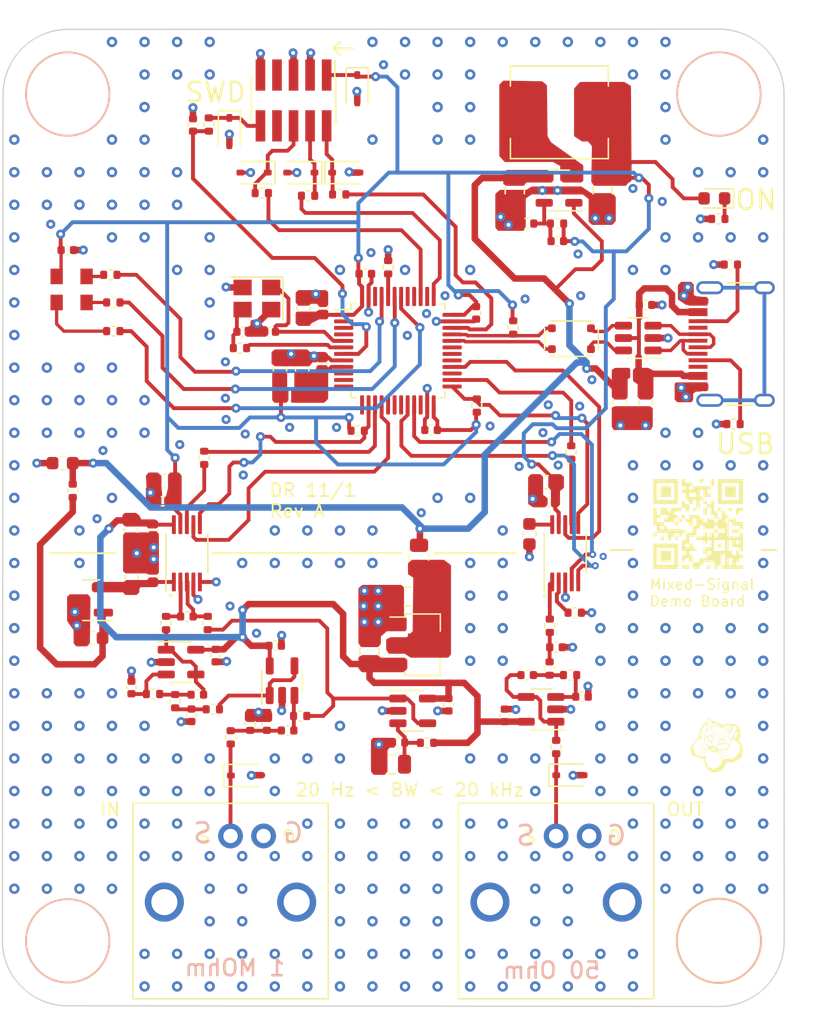
<source format=kicad_pcb>
(kicad_pcb (version 20221018) (generator pcbnew)
  (layers (0 "F.Cu" signal) (1 "In1.Cu" power) (2 "In2.Cu" power) (31 "B.Cu" signal) (34 "B.Paste" user) (35 "F.Paste" user) (36 "B.SilkS" user "B.Silkscreen") (37 "F.SilkS" user "F.Silkscreen") (38 "B.Mask" user) (39 "F.Mask" user) (44 "Edge.Cuts" user))
  (net 0 "")
  (net 1 "VBUS")
  (net 2 "GND")
  (net 3 "+5V")
  (net 4 "/Power/+5V_FILT")
  (net 5 "+3.3VA")
  (net 6 "+3V3")
  (net 7 "/Power/BUCK_FB")
  (net 8 "/Power/VREF")
  (net 9 "VDDA")
  (net 10 "/MCU/HSE_IN")
  (net 11 "/MCU/XTAL_IN")
  (net 12 "/MCU/NRST")
  (net 13 "/ADC/IN_RF")
  (net 14 "/ADC/IN_BUF")
  (net 15 "Net-(C303-Pad1)")
  (net 16 "/ADC/IN_AA_BUF_IN")
  (net 17 "Net-(C305-Pad1)")
  (net 18 "/ADC/IN_AA_BUF_OUT")
  (net 19 "/ADC/ADC_IN+")
  (net 20 "/ADC/ADC_IN-")
  (net 21 "/ADC/ADC_VREF_VIN")
  (net 22 "/ADC/ADC_VREF")
  (net 23 "/DAC/DAC_VREF")
  (net 24 "Net-(C403-Pad1)")
  (net 25 "/DAC/OUT_AA_BUF_IN")
  (net 26 "Net-(C405-Pad1)")
  (net 27 "/DAC/OUT_AA_BUF_OUT")
  (net 28 "/Power/LED_PWR_K")
  (net 29 "/MCU/LED_R_K")
  (net 30 "/MCU/LED_G_K")
  (net 31 "/MCU/LED_B_K")
  (net 32 "/MCU/CONN_SWDIO")
  (net 33 "/MCU/CONN_SWCLK")
  (net 34 "/MCU/CONN_SWO")
  (net 35 "/MCU/CONN_NRST")
  (net 36 "/ADC/IN")
  (net 37 "/DAC/OUT")
  (net 38 "/MCU/USB_CONN_CC1")
  (net 39 "/MCU/USB_CONN_D+")
  (net 40 "/MCU/USB_CONN_D-")
  (net 42 "/MCU/USB_CONN_CC2")
  (net 44 "unconnected-(J200-SHIELD-PadS1)")
  (net 47 "/MCU/BOOT0")
  (net 48 "/MCU/HSE_OUT")
  (net 49 "SPI2_NSS")
  (net 50 "SPI1_NSS")
  (net 51 "/MCU/USB_D+")
  (net 52 "/MCU/TIM4_CH3")
  (net 53 "/MCU/TIM4_CH1")
  (net 54 "/MCU/TIM4_CH2")
  (net 55 "/MCU/SWDIO")
  (net 56 "/MCU/SWCLK")
  (net 57 "/MCU/SWO")
  (net 58 "VCOM")
  (net 59 "/ADC/IN_BUF_OUT")
  (net 60 "SPI1_SCK")
  (net 61 "/ADC/ADC_SCLK")
  (net 62 "SPI2_SCK")
  (net 63 "/DAC/DAC_SCLK")
  (net 64 "/DAC/DAC_OUT_B")
  (net 65 "/DAC/DAC_OUT_A")
  (net 66 "/Power/BUCK_SW")
  (net 74 "SPI1_MISO")
  (net 78 "DAC_NCLR")
  (net 79 "DAC_NLDAC")
  (net 82 "SPI2_MOSI")
  (net 86 "/MCU/USB_D-")
  (net 91 "/MCU/USB_CMC_D+")
  (net 92 "/MCU/USB_CMC_D-")
  (footprint "Resistor_SMD:R_0402_1005Metric" (layer "F.Cu") (at 181.965 83.775)
    (fp_text reference "R105" hide)
    (fp_text value "1k")
  )
  (footprint "Package_TO_SOT_SMD:SOT-23" (layer "F.Cu") (at 158.4 72.855 180)
    (fp_text reference "U302" hide)
    (fp_text value "REF3033AIDBZT")
  )
  (footprint "Package_TO_SOT_SMD:SOT-23-5" (layer "F.Cu") (at 183.09 81.35)
    (fp_text reference "U102" hide)
    (fp_text value "MCP6001T-E/OT")
  )
  (footprint "Inductor_SMD:L_0402_1005Metric" (layer "F.Cu") (at 173.6 57.3 180)
    (fp_text reference "L200" hide)
    (fp_text value "10n")
  )
  (footprint "Capacitor_SMD:C_0603_1608Metric" (layer "F.Cu") (at 198.9988 57.6986 -90)
    (fp_text reference "C101" hide)
    (fp_text value "1u")
  )
  (footprint "Resistor_SMD:R_0402_1005Metric" (layer "F.Cu") (at 164.85 80.605 -90)
    (fp_text reference "R304" hide)
    (fp_text value "22k")
  )
  (footprint "Capacitor_SMD:C_0402_1005Metric" (layer "F.Cu") (at 165.75 74.105)
    (fp_text reference "C307" hide)
    (fp_text value "150p")
  )
  (footprint "Resistor_SMD:R_0402_1005Metric" (layer "F.Cu") (at 190.8048 51.9176 -90)
    (fp_text reference "R204" hide)
    (fp_text value "1k5")
  )
  (footprint "Capacitor_SMD:C_0402_1005Metric" (layer "F.Cu") (at 166.1 81.6864 -90)
    (fp_text reference "C303" hide)
    (fp_text value "1n")
  )
  (footprint "LOGO" (layer "F.Cu") (at 206.5 84.5)
    (fp_text reference "G***" hide)
    (fp_text value "LOGO" hide)
  )
  (footprint "Resistor_SMD:R_0402_1005Metric" (layer "F.Cu") (at 163.15 80.055)
    (fp_text reference "R305" hide)
    (fp_text value "12k")
  )
  (footprint "Resistor_SMD:R_0402_1005Metric" (layer "F.Cu") (at 169.825 53.5 180)
    (fp_text reference "R201" hide)
    (fp_text value "0R")
  )
  (footprint "Capacitor_SMD:C_0805_2012Metric" (layer "F.Cu") (at 182.7 72.575 180)
    (fp_text reference "C102" hide)
    (fp_text value "22u")
  )
  (footprint "MountingHole:MountingHole_3.2mm_M3" (layer "F.Cu") (at 206.610534 99.035534 180)
    (fp_text reference "H2" hide)
    (fp_text value "MountingHole")
  )
  (footprint "Capacitor_SMD:C_0805_2012Metric" (layer "F.Cu") (at 181.5084 85.4456 180)
    (fp_text reference "C107" hide)
    (fp_text value "22u")
  )
  (footprint "Package_SO:VSSOP-10_3x3mm_P0.5mm" (layer "F.Cu") (at 194.8 69.25 90)
    (fp_text reference "U400" hide)
    (fp_text value "DAC7563SDGSR")
  )
  (footprint "Capacitor_SMD:C_0402_1005Metric" (layer "F.Cu") (at 193.55 65.325 180)
    (fp_text reference "C401" hide)
    (fp_text value "100n")
  )
  (footprint "Resistor_SMD:R_0402_1005Metric" (layer "F.Cu") (at 194.1068 84.1248 90)
    (fp_text reference "R405" hide)
    (fp_text value "49R9")
  )
  (footprint "Capacitor_SMD:C_0402_1005Metric" (layer "F.Cu") (at 184.5 59.7916 180)
    (fp_text reference "C202" hide)
    (fp_text value "100n")
  )
  (footprint "Diode_SMD:D_SOD-323" (layer "F.Cu") (at 169.0116 36.8808 -90)
    (fp_text reference "D205" hide)
    (fp_text value "PESD3V3L1BA,115")
  )
  (footprint "Capacitor_SMD:C_0603_1608Metric" (layer "F.Cu") (at 161.5 71.105 90)
    (fp_text reference "C310" hide)
    (fp_text value "10u")
  )
  (footprint "Capacitor_SMD:C_0805_2012Metric" (layer "F.Cu") (at 190.925 41.4 -90)
    (fp_text reference "C104" hide)
    (fp_text value "22u")
  )
  (footprint "Capacitor_SMD:C_0603_1608Metric" (layer "F.Cu") (at 200.9738 57.6986 -90)
    (fp_text reference "C100" hide)
    (fp_text value "1u")
  )
  (footprint "Resistor_SMD:R_0402_1005Metric" (layer "F.Cu") (at 160.1 52.2 180)
    (fp_text reference "R208" hide)
    (fp_text value "1k")
  )
  (footprint "LED_SMD:LED_0603_1608Metric" (layer "F.Cu") (at 206.25 42.0116 180)
    (fp_text reference "D100" hide)
    (fp_text value "GREEN")
  )
  (footprint "Connector_USB:USB_C_Receptacle_HRO_TYPE-C-31-M-12" (layer "F.Cu") (at 209.042 53.1876 90)
    (fp_text reference "J200" hide)
    (fp_text value "USB_C_Receptacle_USB2.0")
  )
  (footprint "Capacitor_SMD:C_0402_1005Metric" (layer "F.Cu") (at 163.15 71.005 90)
    (fp_text reference "C311" hide)
    (fp_text value "100n")
  )
  (footprint "Capacitor_SMD:C_0402_1005Metric" (layer "F.Cu") (at 187.96 50.8 -90)
    (fp_text reference "C203" hide)
    (fp_text value "100n")
  )
  (footprint "Package_TO_SOT_SMD:SOT-23-5" (layer "F.Cu") (at 165.3 77.605)
    (fp_text reference "U301" hide)
    (fp_text value "MCP6001T-E/OT")
  )
  (footprint "Capacitor_SMD:C_0402_1005Metric" (layer "F.Cu") (at 194.089466 76.464466)
    (fp_text reference "C403" hide)
    (fp_text value "1n")
  )
  (footprint "Resistor_SMD:R_0402_1005Metric" (layer "F.Cu") (at 170.61 82.335 -90)
    (fp_text reference "R301" hide)
    (fp_text value "2M2")
  )
  (footprint "Resistor_SMD:R_0402_1005Metric" (layer "F.Cu") (at 160.1 50 180)
    (fp_text reference "R209" hide)
    (fp_text value "1k")
  )
  (footprint "Capacitor_SMD:C_0402_1005Metric" (layer "F.Cu") (at 166.55 80.105)
    (fp_text reference "C305" hide)
    (fp_text value "1n")
  )
  (footprint "Capacitor_SMD:C_0805_2012Metric" (layer "F.Cu") (at 197.675 41.4 -90)
    (fp_text reference "C105" hide)
    (fp_text value "22u")
  )
  (footprint "Capacitor_SMD:C_0402_1005Metric" (layer "F.Cu") (at 200.9648 50.1904)
    (fp_text reference "C210" hide)
    (fp_text value "100n")
  )
  (footprint "MountingHole:MountingHole_3.2mm_M3" (layer "F.Cu") (at 156.610534 34.035534 180)
    (fp_text reference "H4" hide)
    (fp_text value "MountingHole")
  )
  (footprint "Capacitor_SMD:C_0402_1005Metric" (layer "F.Cu") (at 172.5256 76.35)
    (fp_text reference "C302" hide)
    (fp_text value "100n")
  )
  (footprint "Capacitor_SMD:C_0402_1005Metric" (layer "F.Cu") (at 179.45 47.8)
    (fp_text reference "C204" hide)
    (fp_text value "100n")
  )
  (footprint "Capacitor_SMD:C_0402_1005Metric" (layer "F.Cu") (at 163.9 65.255 180)
    (fp_text reference "C314" hide)
    (fp_text value "100n")
  )
  (footprint "Capacitor_SMD:C_0603_1608Metric" (layer "F.Cu") (at 161.45 67.505 -90)
    (fp_text reference "C312" hide)
    (fp_text value "10u")
  )
  (footprint "Resistor_SMD:R_0402_1005Metric" (layer "F.Cu") (at 193.6 78.1 90)
    (fp_text reference "R403" hide)
    (fp_text value "22k")
  )
  (footprint "Resistor_SMD:R_0805_2012Metric" (layer "F.Cu") (at 183.575 69.55 90)
    (fp_text reference "R100" hide)
    (fp_text value "10R")
  )
  (footprint "Inductor_SMD:L_CommonModeChoke_CMF3216F-900-2P-T" (layer "F.Cu") (at 195.2752 52.7812 180)
    (fp_text reference "L201" hide)
    (fp_text value "CMF3216F-900-2P-T")
  )
  (footprint "Diode_SMD:D_SOD-323" (layer "F.Cu") (at 177.9524 40.0304)
    (fp_text reference "D202" hide)
    (fp_text value "PESD3V3L1BA,115")
  )
  (footprint "Capacitor_SMD:C_0402_1005Metric" (layer "F.Cu") (at 191.88 78.6 180)
    (fp_text reference "C405" hide)
    (fp_text value "1n")
  )
  (footprint "Capacitor_SMD:C_0805_2012Metric" (layer "F.Cu") (at 179.775 76.8 90)
    (fp_text reference "C103" hide)
    (fp_text value "22u")
  )
  (footprint "Capacitor_SMD:C_0402_1005Metric" (layer "F.Cu") (at 166.2176 36.3728 90)
    (fp_text reference "C212" hide)
    (fp_text value "100n")
  )
  (footprint "Capacitor_SMD:C_0603_1608Metric" (layer "F.Cu") (at 164 63.705 180)
    (fp_text reference "C315" hide)
    (fp_text value "10u")
  )
  (footprint "Resistor_SMD:R_0402_1005Metric" (layer "F.Cu") (at 175.0568 41.8084)
    (fp_text reference "R211" hide)
    (fp_text value "49R9")
  )
  (footprint "Package_SO:VSSOP-10_3x3mm_P0.5mm" (layer "F.Cu") (at 165.75 69.255 90)
    (fp_text reference "U303" hide)
    (fp_text value "ADC141S626CIMM_NOPB")
  )
  (footprint "Diode_SMD:D_SOD-323" (layer "F.Cu") (at 170.908 40.0304 180)
    (fp_text reference "D204" hide)
    (fp_text value "PESD3V3L1BA,115")
  )
  (footprint "Package_TO_SOT_SMD:SOT-23-5" (layer "F.Cu") (at 173.0606 79.035 90)
    (fp_text reference "U300" hide)
    (fp_text value "MCP6001T-E/OT")
  )
  (footprint "Diode_SMD:D_SOD-323" (layer "F.Cu") (at 178.8292 33.5932 -90)
    (fp_text reference "D201" hide)
    (fp_text value "PESD3V3L1BA,115")
  )
  (footprint "Diode_SMD:D_SOD-323" (layer "F.Cu") (at 170.18 86.3092)
    (fp_text reference "D300" hide)
    (fp_text value "PESD3V3L1BA,115")
  )
  (footprint "Capacitor_SMD:C_0603_1608Metric" (layer "F.Cu") (at 158.5 75.755 180)
    (fp_text reference "C309" hide)
    (fp_text value "10u")
  )
  (footprint "Resistor_SMD:R_0402_1005Metric" (layer "F.Cu") (at 178.8668 59.8424)
    (fp_text reference "R203" hide)
    (fp_text value "10k")
  )
  (footprint "Capacitor_SMD:C_0402_1005Metric" (layer "F.Cu") (at 196.088 80.264)
    (fp_text reference "C404" hide)
    (fp_text value "150p")
  )
  (footprint "Capacitor_SMD:C_0402_1005Metric" (layer "F.Cu") (at 156.5704 45.9776)
    (fp_text reference "C211" hide)
    (fp_text value "100n")
  )
  (footprint "Resistor_SMD:R_0402_1005Metric" (layer "F.Cu") (at 207.518 47.0916 180)
    (fp_text reference "R206" hide)
    (fp_text value "5k1")
  )
  (footprint "Capacitor_SMD:C_0402_1005Metric" (layer "F.Cu") (at 171.885 82.36 90)
    (fp_text reference "C300" hide)
    (fp_text value "150p")
  )
  (footprint "Capacitor_SMD:C_0603_1608Metric" (layer "F.Cu") (at 174.7 50.45 90)
    (fp_text reference "C200" hide)
    (fp_text value "10u")
  )
  (footprint "Resistor_SMD:R_0402_1005Metric" (layer "F.Cu") (at 159.8704 47.8776 180)
    (fp_text reference "R207" hide)
    (fp_text value "1k")
  )
  (footprint "LOGO" (layer "F.Cu") (at 205 67)
    (fp_text reference "G***" hide)
    (fp_text value "LOGO" hide)
  )
  (footprint "Resistor_SMD:R_0402_1005Metric" (layer "F.Cu") (at 181.2036 47.2948 90)
    (fp_text reference "R200" hide)
    (fp_text value "10k")
  )
  (footprint "Capacitor_SMD:C_0402_1005Metric" (layer "F.Cu") (at 172.07 52.25 180)
    (fp_text reference "C208" hide)
    (fp_text value "10p")
  )
  (footprint "Capacitor_SMD:C_0402_1005Metric" (layer "F.Cu") (at 194.1966 45.292 180)
    (fp_text reference "C106" hide)
    (fp_text value "DNP")
  )
  (footprint "Resistor_SMD:R_0402_1005Metric" (layer "F.Cu") (at 188.0108 57.912 90)
    (fp_text reference "R202" hide)
    (fp_text value "10k")
  )
  (footprint "Resistor_SMD:R_0402_1005Metric" (layer "F.Cu") (at 171.5008 41.6052 180)
    (fp_text reference "R212" hide)
    (fp_text value "49R9")
  )
  (footprint "Capacitor_SMD:C_0603_1608Metric" (layer "F.Cu") (at 193.35 63.8 180)
    (fp_text reference "C400" hide)
    (fp_text value "10u")
  )
  (footprint "Capacitor_SMD:C_0402_1005Metric" (layer "F.Cu") (at 161.4932 79.5528 90)
    (fp_text reference "C304" hide)
    (fp_text value "150p")
  )
  (footprint "Resistor_SMD:R_0402_1005Metric" (layer "F.Cu") (at 194.1716 43.942)
    (fp_text reference "R101" hide)
    (fp_text value "100k")
  )
  (footprint "Custom_RF:AMPHENOL-BNC-031-5640-1010" (layer "F.Cu") (at 194.1 90.95 180)
    (fp_text reference "J400" hide)
    (fp_text value "031-5640-1010")
  )
  (footprint "Resistor_SMD:R_0402_1005Metric" (layer "F.Cu") (at 156.985 64.4566 90)
    (fp_text reference "R308" hide)
    (fp_text value "49R9")
  )
  (footprint "Resistor_SMD:R_0402_1005Metric" (layer "F.Cu") (at 193.614466 74.814466 90)
    (fp_text reference "R402" hide)
    (fp_text value "6k8")
  )
  (footprint "Custom_RF:AMPHENOL-BNC-031-5640-1010" (layer "F.Cu") (at 169.1 90.95 180)
    (fp_text reference "J300" hide)
    (fp_text value "031-5640-1010")
  )
  (footprint "Capacitor_SMD:C_0603_1608Metric" (layer "F.Cu") (at 156.21 62.3316 180)
    (fp_text reference "C308" hide)
    (fp_text value "10u")
  )
  (footprint "Diode_SMD:D_SOD-323" (layer "F.Cu") (at 174.498 40.0304 180)
    (fp_text reference "D203" hide)
    (fp_text value "PESD3V3L1BA,115")
  )
  (footprint "Resistor_SMD:R_0402_1005Metric" (layer "F.Cu") (at 164.15 74.605 -90)
    (fp_text reference "R306" hide)
    (fp_text value "1k")
  )
  (footprint "Diode_SMD:D_SOD-323" (layer "F.Cu") (at 195.160534 86.285534)
    (fp_text reference "D400" hide)
    (fp_text value "PESD3V3L1BA,115")
  )
  (footprint "Resistor_SMD:R_0402_1005Metric" (layer "F.Cu") (at 206.5548 43.5864)
    (fp_text reference "R103" hide)
    (fp_text value "1k")
  )
  (footprint "Capacitor_SMD:C_0402_1005Metric" (layer "F.Cu") (at 176.2 50.45 90)
    (fp_text reference "C201" hide)
    (fp_text value "100n")
  )
  (footprint "Capacitor_SMD:C_0402_1005Metric" (layer "F.Cu") (at 170.07 52.25)
    (fp_text reference "C209" hide)
    (fp_text value "10p")
  )
  (footprint "Capacitor_SMD:C_0402_1005Metric" (layer "F.Cu") (at 163.15 67.505 -90)
    (fp_text reference "C313" hide)
    (fp_text value "100n")
  )
  (footprint "Resistor_SMD:R_0402_1005Metric" (layer "F.Cu") (at 184.19 83.8)
    (fp_text reference "R104" hide)
    (fp_text value "1k")
  )
  (footprint "Inductor_SMD:L_Sunlord_MWSA0603S" (layer "F.Cu") (at 194.35 35.4)
    (fp_text reference "L101" hide)
    (fp_text value "15u")
  )
  (footprint "Package_TO_SOT_SMD:SOT-23-6" (layer "F.Cu") (at 200.406 52.7304 180)
    (fp_text reference "U201" hide)
    (fp_text value "USBLC6-2SC6")
  )
  (footprint "LED_SMD:MHPA3528RGBCT" (layer "F.Cu") (at 156.9 49 -90)
    (fp_text reference "D200" hide)
    (fp_text value "MHPA3528RGBCT")
  )
  (footprint "Resistor_SMD:R_0402_1005Metric" (layer "F.Cu") (at 207.7212 59.3344 180)
    (fp_text reference "R205" hide)
    (fp_text value "5k1")
  )
  (footprint "Resistor_SMD:R_0402_1005Metric" (layer "F.Cu") (at 195.1736 78.6 180)
    (fp_text reference "R404" hide)
    (fp_text value "12k")
  )
  (footprint "Resistor_SMD:R_0402_1005Metric" (layer "F.Cu") (at 191.8716 43.942)
    (fp_text reference "R102" hide)
    (fp_text value "22k")
  )
  (footprint "Capacitor_SMD:C_0603_1608Metric" (layer "F.Cu") (at 172.9 55.1 90)
    (fp_text reference "C207" hide)
    (fp_text value "1u")
  )
  (footprint "Inductor_SMD:L_0402_1005Metric" (layer "F.Cu") (at 199.9488 55.4736 180)
    (fp_text reference "L100" hide)
    (fp_text value "10n")
  )
  (footprint "Resistor_SMD:R_0402_1005Metric" (layer "F.Cu") (at 167.4368 36.3406 90)
    (fp_text reference "R213" hide)
    (fp_text value "49R9")
  )
  (footprint "Capacitor_SMD:C_0402_1005Metric" (layer "F.Cu") (at 185.84 80.875 -90)
    (fp_text reference "C108" hide)
    (fp_text value "100n")
  )
  (footprint "Resistor_SMD:R_0402_1005Metric" (layer "F.Cu") (at 195.5292 73.8124)
    (fp_text reference "R401" hide)
    (fp_text value "10k")
  )
  (footprint "Resistor_SMD:R_0402_1005Metric" (layer "F.Cu") (at 167.35 74.605 -90)
    (fp_text reference "R307" hide)
    (fp_text value "1k")
  )
  (footprint "Crystal:Crystal_SMD_3225-4Pin_3.2x2.5mm" (layer "F.Cu") (at 171.125 49.7 180)
    (fp_text reference "Y200" hide)
    (fp_text value "16MHz")
  )
  (footprint "Capacitor_SMD:C_0402_1005Metric" (layer "F.Cu") (at 190.152866 81.693666 90)
    (fp_text reference "C406" hide)
    (fp_text value "100n")
  )
  (footprint "Capacitor_SMD:C_0402_1005Metric" (layer "F.Cu") (at 173.482 82.8548 180)
    (fp_text reference "C301" hide)
    (fp_text value "100n")
  )
  (footprint "Capacitor_SMD:C_0603_1608Metric" (layer "F.Cu") (at 174.6 55.1 90)
    (fp_text reference "C206" hide)
    (fp_text value "1u")
  )
  (footprint "Resistor_SMD:R_0402_1005Metric" (layer "F.Cu") (at 177.4444 41.7068 180)
    (fp_text reference "R210" hide)
    (fp_text value "49R9")
  )
  (footprint "Resistor_SMD:R_0402_1005Metric" (layer "F.Cu") (at 174.4472 81.7372)
    (fp_text reference "R302" hide)
    (fp_text value "2M2")
  )
  (footprint "Resistor_SMD:R_0402_1005Metric" (layer "F.Cu") (at 169.1132 83.38 -90)
    (fp_text reference "R300" hide)
    (fp_text value "1k")
  )
  (footprint "Package_TO_SOT_SMD:SOT-23-5" (layer "F.Cu") (at 194.325 41.4 180)
    (fp_text reference "U101" hide)
    (fp_text value "TLV62569DBV")
  )
  (footprint "Capacitor_SMD:C_0603_1608Metric" (layer "F.Cu") (at 192.05 67.775 -90)
    (fp_text reference "C402" hide)
    (fp_text value "1u")
  )
  (footprint "Package_TO_SOT_SMD:SOT-89-3" (layer "F.Cu") (at 183.85 76.275)
    (fp_text reference "U100" hide)
    (fp_text value "HT7533-1")
  )
  (footprint "Package_QFP:LQFP-48_7x7mm_P0.5mm" (layer "F.Cu") (at 181.95 53.7)
    (fp_text reference "U200" hide)
    (fp_text value "STM32F103CBT6")
  )
  (footprint "Package_TO_SOT_SMD:SOT-23-5" (layer "F.Cu") (at 192.9384 81.2292 180)
    (fp_text reference "U401" hide)
    (fp_text value "MCP6001T-E/OT")
  )
  (footprint "MountingHole:MountingHole_3.2mm_M3" (layer "F.Cu") (at 156.610534 99.035534 180)
    (fp_text reference "H1" hide)
    (fp_text value "MountingHole")
  )
  (footprint "MountingHole:MountingHole_3.2mm_M3" (layer "F.Cu") (at 206.610534 34.035534 180)
    (fp_text reference "H3" hide)
    (fp_text value "MountingHole")
  )
  (footprint "Resistor_SMD:R_0402_1005Metric" (layer "F.Cu") (at 167.7416 81.2292)
    (fp_text reference "R303" hide)
    (fp_text value "6k8")
  )
  (footprint "Capacitor_SMD:C_0402_1005Metric" (layer "F.Cu") (at 176.15 54.7 90)
    (fp_text reference "C205" hide)
    (fp_text value "10n")
  )
  (footprint "Resistor_SMD:R_0402_1005Metric" (layer "F.Cu") (at 195.260534 61.510534 -90)
    (fp_text reference "R400" hide)
    (fp_text value "0R")
  )
  (footprint "Connector_PinHeader_1.27mm:PinHeader_2x05_P1.27mm_Vertical_SMD" (layer "F.Cu") (at 173.9392 34.4932 -90)
    (fp_text reference "J201" hide)
    (fp_text value "2x5 1.27mm")
  )
  (footprint "Capacitor_SMD:C_0402_1005Metric" (layer "F.Cu") (at 167.95 77.105 -90)
    (fp_text reference "C306" hide)
    (fp_text value "100n")
  )
  (footprint "Resistor_SMD:R_0402_1005Metric" (layer "F.Cu") (at 167.0812 61.9252 -90)
    (fp_text reference "R309" hide)
    (fp_text value "0R")
  )
  (gr_circle (center 156.6 99) (end 159.8 99) (stroke (width 0.15)) (fill none) (layer "B.SilkS"))
  (gr_circle (center 206.6 99) (end 209.8 99.4) (stroke (width 0.15)) (fill none) (layer "B.SilkS"))
  (gr_circle (center 156.6 34) (end 159.8 34) (stroke (width 0.15)) (fill none) (layer "B.SilkS"))
  (gr_circle (center 206.6 34) (end 209.8 34.2) (stroke (width 0.15)) (fill none) (layer "B.SilkS"))
  (gr_line (start 177 30.5) (end 177.5 31) (stroke (width 0.15)) (layer "F.SilkS"))
  (gr_line (start 160.25 69.25) (end 155.25 69.25) (stroke (width 0.15)) (layer "F.SilkS"))
  (gr_circle (center 206.6 99) (end 209.8 98.4) (stroke (width 0.15)) (fill none) (layer "F.SilkS"))
  (gr_line (start 177 30.5) (end 177.5 30) (stroke (width 0.15)) (layer "F.SilkS"))
  (gr_circle (center 156.6 99) (end 159.8 99) (stroke (width 0.15)) (fill none) (layer "F.SilkS"))
  (gr_line (start 177.5 30) (end 177 30.5) (stroke (width 0.15)) (layer "F.SilkS"))
  (gr_line (start 178 30.5) (end 177 30.5) (stroke (width 0.15)) (layer "F.SilkS"))
  (gr_circle (center 164.5 72.5) (end 164.5 72.5) (stroke (width 0.15)) (fill none) (layer "F.SilkS"))
  (gr_line (start 209.875 69) (end 211 69) (stroke (width 0.15)) (layer "F.SilkS"))
  (gr_circle (center 156.6 34) (end 159.8 33.8) (stroke (width 0.15)) (fill none) (layer "F.SilkS"))
  (gr_circle (center 193.25 72.5) (end 193.25 72.5) (stroke (width 0.15)) (fill none) (layer "F.SilkS"))
  (gr_circle (center 206.6 34) (end 209.8 34) (stroke (width 0.15)) (fill none) (layer "F.SilkS"))
  (gr_line (start 167.75 69.25) (end 182.25 69.25) (stroke (width 0.15)) (layer "F.SilkS"))
  (gr_line (start 184.75 69.25) (end 191 69.25) (stroke (width 0.15)) (layer "F.SilkS"))
  (gr_line (start 198.25 69) (end 200 69) (stroke (width 0.15)) (layer "F.SilkS"))
  (gr_line (start 178 30.5) (end 178.5 30.5) (stroke (width 0.15)) (layer "F.SilkS"))
  (gr_line (start 206.6 29.021068) (end 156.635534 29.035534) (stroke (width 0.1)) (layer "Edge.Cuts"))
  (gr_line (start 151.585534 98.985534) (end 151.635534 34.035534) (stroke (width 0.1)) (layer "Edge.Cuts"))
  (gr_line (start 211.6 34.021068) (end 211.610534 99.035534) (stroke (width 0.1)) (layer "Edge.Cuts"))
  (gr_arc (start 211.610534 99.035534) (mid 210.146068 102.571068) (end 206.610534 104.035534) (stroke (width 0.1)) (layer "Edge.Cuts"))
  (gr_arc (start 156.585534 103.985534) (mid 153.05 102.521068) (end 151.585534 98.985534) (stroke (width 0.1)) (layer "Edge.Cuts"))
  (gr_arc (start 151.635534 34.035534) (mid 153.1 30.5) (end 156.635534 29.035534) (stroke (width 0.1)) (layer "Edge.Cuts"))
  (gr_line (start 156.585534 103.985534) (end 206.610534 104.035534) (stroke (width 0.1)) (layer "Edge.Cuts"))
  (gr_arc (start 206.6 29.021068) (mid 210.135534 30.485534) (end 211.6 34.021068) (stroke (width 0.1)) (layer "Edge.Cuts"))
  (gr_text "1 MOhm" (at 173.4 101.8) (layer "B.SilkS") (effects (font (size 1.25 1.25) (thickness 0.2)) (justify left bottom mirror)))
  (gr_text "50 Ohm" (at 197.6 102) (layer "B.SilkS") (effects (font (size 1.25 1.25) (thickness 0.2)) (justify left bottom mirror)))
  (gr_text "G" (at 199.6 91.8) (layer "B.SilkS") (effects (font (size 1.5 1.5) (thickness 0.2)) (justify left bottom mirror)))
  (gr_text "S" (at 192.6 91.8) (layer "B.SilkS") (effects (font (size 1.5 1.5) (thickness 0.2)) (justify left bottom mirror)))
  (gr_text "G" (at 174.8 91.6) (layer "B.SilkS") (effects (font (size 1.5 1.5) (thickness 0.2)) (justify left bottom mirror)))
  (gr_text "S" (at 167.8 91.6) (layer "B.SilkS") (effects (font (size 1.5 1.5) (thickness 0.2)) (justify left bottom mirror)))
  (gr_text "Mixed-Signal \nDemo Board" (at 201.2 73.4) (layer "F.SilkS") (effects (font (size 0.8 0.8) (thickness 0.12)) (justify left bottom)))
  (gr_text "USB" (at 206.25 61.75) (layer "F.SilkS") (effects (font (size 1.5 1.5) (thickness 0.2)) (justify left bottom)))
  (gr_text "ON" (at 207.75 43) (layer "F.SilkS") (effects (font (size 1.5 1.5) (thickness 0.2)) (justify left bottom)))
  (gr_text "SWD" (at 165.5 34.75) (layer "F.SilkS") (effects (font (size 1.5 1.5) (thickness 0.2)) (justify left bottom)))
  (gr_text "20 Hz < BW < 20 kHz" (at 174 88) (layer "F.SilkS") (effects (font (size 1 1)) (justify left bottom)))
  (gr_text "DR 11/1\nRev A" (at 172 66.6) (layer "F.SilkS") (effects (font (size 1 1)) (justify left bottom)))
  (gr_text "IN" (at 159 89.5) (layer "F.SilkS") (effects (font (size 1 1)) (justify left bottom)))
  (gr_text "OUT" (at 202.5 89.5) (layer "F.SilkS") (effects (font (size 1 1)) (justify left bottom)))
  (segment (start 200.4568 52.7304) (end 200.4568 54.1528) (width 0.3) (layer "F.Cu") (net 1))
  (segment (start 203.708 55.4736) (end 200.4338 55.4736) (width 0.5) (layer "F.Cu") (net 1))
  (segment (start 202.9968 49.3776) (end 202.5396 48.9204) (width 0.5) (layer "F.Cu") (net 1))
  (segment (start 203.4932 50.7376) (end 202.9968 50.2412) (width 0.5) (layer "F.Cu") (net 1))
  (segment (start 204.997 55.6376) (end 203.872 55.6376) (width 0.5) (layer "F.Cu") (net 1))
  (segment (start 200.4848 49.2988) (end 200.4848 50.1904) (width 0.5) (layer "F.Cu") (net 1))
  (segment (start 200.4568 52.7304) (end 200.4568 51.5112) (width 0.3) (layer "F.Cu") (net 1))
  (segment (start 200.4568 54.1528) (end 200.4568 54.0004) (width 0.3) (layer "F.Cu") (net 1))
  (segment (start 199.2685 52.7304) (end 200.4568 52.7304) (width 0.3) (layer "F.Cu") (net 1))
  (segment (start 204.997 50.7376) (end 203.4932 50.7376) (width 0.5) (layer "F.Cu") (net 1))
  (segment (start 200.4568 51.5112) (end 200.4568 51.1556) (width 0.3) (layer "F.Cu") (net 1))
  (segment (start 202.5396 48.9204) (end 200.8632 48.9204) (width 0.5) (layer "F.Cu") (net 1))
  (segment (start 200.8632 48.9204) (end 200.4848 49.2988) (width 0.5) (layer "F.Cu") (net 1))
  (segment (start 202.9968 50.2412) (end 202.9968 49.3776) (width 0.5) (layer "F.Cu") (net 1))
  (segment (start 200.4338 55.4736) (end 200.4338 54.1758) (width 0.5) (layer "F.Cu") (net 1))
  (segment (start 203.872 55.6376) (end 203.708 55.4736) (width 0.5) (layer "F.Cu") (net 1))
  (segment (start 200.4848 50.1904) (end 200.4848 51.1276) (width 0.5) (layer "F.Cu") (net 1))
  (segment (start 181.2036 46.7848) (end 181.2036 45.9448) (width 0.5) (layer "F.Cu") (net 2))
  (segment (start 178.8292 34.6432) (end 178.8292 33.8182) (width 0.5) (layer "F.Cu") (net 2))
  (segment (start 173.0606 81.295) (end 173.0248 81.3308) (width 0.5) (layer "F.Cu") (net 2))
  (segment (start 172.208 50.55) (end 171.1452 51.6128) (width 0.5) (layer "F.Cu") (net 2))
  (segment (start 171.510534 86.285534) (end 170.714466 86.285534) (width 0.5) (layer "F.Cu") (net 2))
  (segment (start 163.0346 77.605) (end 163.0172 77.6224) (width 0.5) (layer "F.Cu") (net 2))
  (segment (start 166.25 72.45) (end 166.6 72.8) (width 0.3) (layer "F.Cu") (net 2))
  (segment (start 207.2112 59.3344) (end 206.4004 59.3344) (width 0.5) (layer "F.Cu") (net 2))
  (segment (start 166.1 82.1664) (end 165.315 82.1664) (width 0.5) (layer "F.Cu") (net 2))
  (segment (start 190.972866 81.213666) (end 191.002866 81.243666) (width 0.5) (layer "F.Cu") (net 2))
  (segment (start 198.9988 59.4004) (end 199.0344 59.436) (width 0.5) (layer "F.Cu") (net 2))
  (segment (start 173.448 40.0304) (end 174.1932 40.0304) (width 0.293) (layer "F.Cu") (net 2))
  (segment (start 170.025 48.85) (end 168.7888 48.85) (width 0.5) (layer "F.Cu") (net 2))
  (segment (start 179.7 48.7) (end 179.93 48.47) (width 0.3) (layer "F.Cu") (net 2))
  (segment (start 196.568 79.474) (end 196.5452 79.4512) (width 0.5) (layer "F.Cu") (net 2))
  (segment (start 181.9525 81.35) (end 180.7656 81.35) (width 0.5) (layer "F.Cu") (net 2))
  (segment (start 167.95 77.585) (end 168.765 77.585) (width 0.5) (layer "F.Cu") (net 2))
  (segment (start 196.0392 73.8124) (end 196.8292 73.8124) (width 0.3) (layer "F.Cu") (net 2))
  (segment (start 169.858 40.0304) (end 170.6372 40.0304) (width 0.293) (layer "F.Cu") (net 2))
  (segment (start 190.152866 81.213666) (end 190.972866 81.213666) (width 0.5) (layer "F.Cu") (net 2))
  (segment (start 165.315 82.235) (end 165.3 82.25) (width 0.5) (layer "F.Cu") (net 2))
  (segment (start 206.0448 43.5864) (end 205.1832 43.5864) (width 0.5) (layer "F.Cu") (net 2))
  (segment (start 194.8 72.626) (end 194.818 72.644) (width 0.3) (layer "F.Cu") (net 2))
  (segment (start 179.93 48.47) (end 179.93 47.95) (width 0.3) (layer "F.Cu") (net 2))
  (segment (start 175.2092 30.8882) (end 175.2542 30.8432) (width 0.5) (layer "F.Cu") (net 2))
  (segment (start 179.7 49.5375) (end 179.7 50.75) (width 0.3) (layer "F.Cu") (net 2))
  (segment (start 155.435 62.3316) (end 154.2796 62.3316) (width 0.5) (layer "F.Cu") (net 2))
  (segment (start 186.1125 51.45) (end 187.79 51.45) (width 0.3) (layer "F.Cu") (net 2))
  (segment (start 200.9738 58.4736) (end 200.9738 59.427) (width 0.5) (layer "F.Cu") (net 2))
  (segment (start 194.8 71.45) (end 194.8 72.626) (width 0.3) (layer "F.Cu") (net 2))
  (segment (start 198.9988 58.4736) (end 198.9988 59.4004) (width 0.5) (layer "F.Cu") (net 2))
  (segment (start 194.569466 76.464466) (end 195.364466 76.464466) (width 0.5) (layer "F.Cu") (net 2))
  (segment (start 157.0504 45.9776) (end 157.7954 45.9776) (width 0.5) (layer "F.Cu") (net 2))
  (segment (start 185.005 81.355) (end 185 81.35) (width 0.5) (layer "F.Cu") (net 2))
  (segment (start 168.7888 48.85) (end 168.7576 48.8188) (width 0.5) (layer "F.Cu") (net 2))
  (segment (start 184.02 59.7916) (end 184.02 58.98) (width 0.293) (layer "F.Cu") (net 2))
  (segment (start 161.4932 79.0728) (end 161.4932 78.2828) (width 0.5) (layer "F.Cu") (net 2))
  (segment (start 184.2 57.8625) (end 184.2 58.8) (width 0.3) (layer "F.Cu") (net 2))
  (segment (start 207.008 47.0916) (end 206.1972 47.0916) (width 0.5) (layer "F.Cu") (net 2))
  (segment (start 177.7875 54.45) (end 176.85 54.45) (width 0.3) (layer "F.Cu") (net 2))
  (segment (start 192.05 68.55) (end 192.05 69.525) (width 0.5) (layer "F.Cu") (net 2))
  (segment (start 179.0024 40.0304) (end 178.2572 40.0304) (width 0.5) (layer "F.Cu") (net 2))
  (segment (start 178.8292 33.8182) (end 178.8042 33.7932) (width 0.5) (layer "F.Cu") (net 2))
  (segment (start 167.995 71.455) (end 168 71.45) (width 0.3) (layer "F.Cu") (net 2))
  (segment (start 180.7656 81.35) (end 180.7464 81.3308) (width 0.5) (layer "F.Cu") (net 2))
  (segment (start 200.9738 59.427) (end 200.9648 59.436) (width 0.5) (layer "F.Cu") (net 2))
  (segment (start 195.414466 86.285534) (end 195.4 86.3) (width 0.5) (layer "F.Cu") (net 2))
  (segment (start 178.2572 40.0304) (end 178.2064 39.9796) (width 0.5) (layer "F.Cu") (net 2))
  (segment (start 173.0056 76.35) (end 173.0056 75.57) (width 0.5) (layer "F.Cu") (net 2))
  (segment (start 187.79 51.45) (end 187.96 51.28) (width 0.3) (layer "F.Cu") (net 2))
  (segment (start 175.2092 32.5432) (end 175.2092 30.8882) (width 0.5) (layer "F.Cu") (net 2))
  (segment (start 173.378 40.1004) (end 173.448 40.0304) (width 0.293) (layer "F.Cu") (net 2))
  (segment (start 179.7 49.5375) (end 179.7 48.7) (width 0.3) (layer "F.Cu") (net 2))
  (segment (start 169.828 40.0604) (end 169.858 40.0304) (width 0.293) (layer "F.Cu") (net 2))
  (segment (start 171.3992 32.5432) (end 171.3992 30.988) (width 0.5) (layer "F.Cu") (net 2))
  (segment (start 176.62 54.22) (end 176.15 54.22) (width 0.3) (layer "F.Cu") (net 2))
  (segment (start 184.2 58.8) (end 184.02 58.98) (width 0.3) (layer "F.Cu") (net 2))
  (segment (start 172.225 50.55) (end 172.208 50.55) (width 0.5) (layer "F.Cu") (net 2))
  (segment (start 166.75 71.455) (end 167.995 71.455) (width 0.3) (layer "F.Cu") (net 2))
  (segment (start 168.765 77.585) (end 168.8 77.55) (width 0.5) (layer "F.Cu") (net 2))
  (segment (start 170.714466 86.285534) (end 170.7 86.3) (width 0.5) (layer "F.Cu") (net 2))
  (segment (start 196.210534 86.285534) (end 195.414466 86.285534) (width 0.5) (layer "F.Cu") (net 2))
  (segment (start 185.84 81.355) (end 185.005 81.355) (width 0.5) (layer "F.Cu") (net 2))
  (segment (start 169.0116 37.9308) (end 169.0116 37.084) (width 0.5) (layer "F.Cu") (net 2))
  (segment (start 173.9392 30.8782) (end 173.9042 30.8432) (width 0.5) (layer "F.Cu") (net 2))
  (segment (start 194.0759 81.2292) (end 195.2244 81.2292) (width 0.5) (layer "F.Cu") (net 2))
  (segment (start 196.568 80.264) (end 196.568 79.474) (width 0.5) (layer "F.Cu") (net 2))
  (segment (start 164.1625 77.605) (end 163.0346 77.605) (width 0.5) (layer "F.Cu") (net 2))
  (segment (start 176.85 54.45) (end 176.62 54.22) (width 0.3) (layer "F.Cu") (net 2))
  (segment (start 173.9392 32.2282) (end 173.9042 32.1932) (width 0.3) (layer "F.Cu") (net 2))
  (segment (start 201.4448 50.1904) (end 202.2348 50.1904) (width 0.5) (layer "F.Cu") (net 2))
  (segment (start 201.5435 52.7304) (end 202.692 52.7304) (width 0.5) (layer "F.Cu") (net 2))
  (segment (start 173.9392 32.5432) (end 173.9392 30.8782) (width 0.5) (layer "F.Cu") (net 2))
  (segment (start 166.2176 35.8928) (end 166.2176 35.052) (width 0.5) (layer "F.Cu") (net 2))
  (segment (start 173.0056 75.57) (end 173.0256 75.55) (width 0.5) (layer "F.Cu") (net 2))
  (segment (start 166.25 71.455) (end 166.25 72.45) (width 0.3) (layer "F.Cu") (net 2))
  (segment (start 184.2 57.8625) (end 184.2 56.6) (width 0.3) (layer "F.Cu") (net 2))
  (segment (start 173.0606 80.1725) (end 173.0606 81.295) (width 0.5) (layer "F.Cu") (net 2))
  (segment (start 186.1125 51.45) (end 184.9 51.45) (width 0.3) (layer "F.Cu") (net 2))
  (via (at 171.3992 30.8864) (size 0.7) (drill 0.3) (layers "F.Cu" "B.Cu") (net 2))
  (via (at 152.5 67.5) (size 0.8) (drill 0.4) (layers "F.Cu" "B.Cu") (net 2))
  (via (at 207.5 95) (size 0.8) (drill 0.4) (layers "F.Cu" "B.Cu") (net 2))
  (via (at 160 92.5) (size 0.8) (drill 0.4) (layers "F.Cu" "B.Cu") (net 2))
  (via (at 168.7576 58.9788) (size 0.7) (drill 0.3) (layers "F.Cu" "B.Cu") (net 2))
  (via (at 183.7436 66.1416) (size 0.7) (drill 0.3) (layers "F.Cu" "B.Cu") (net 2))
  (via (at 207.5 62.5) (size 0.8) (drill 0.4) (layers "F.Cu" "B.Cu") (net 2))
  (via (at 202.5 90) (size 0.8) (drill 0.4) (layers "F.Cu" "B.Cu") (net 2))
  (via (at 200 32.5) (size 0.8) (drill 0.4) (layers "F.Cu" "B.Cu") (net 2))
  (via (at 173.9042 30.8432) (size 0.7) (drill 0.3) (layers "F.Cu" "B.Cu") (net 2))
  (via (at 182.6768 52.5272) (size 0.7) (drill 0.3) (layers "F.Cu" "B.Cu") (net 2))
  (via (at 175 102.5) (size 0.8) (drill 0.4) (layers "F.Cu" "B.Cu") (net 2))
  (via (at 207.5 77.5) (size 0.8) (drill 0.4) (layers "F.Cu" "B.Cu") (net 2))
  (via (at 172.5 102.5) (size 0.8) (drill 0.4) (layers "F.Cu" "B.Cu") (net 2))
  (via (at 174.1932 40.0304) (size 0.7) (drill 0.3) (layers "F.Cu" "B.Cu") (net 2))
  (via (at 185 35) (size 0.8) (drill 0.4) (layers "F.Cu" "B.Cu") (net 2))
  (via (at 180 92.5) (size 0.8) (drill 0.4) (layers "F.Cu" "B.Cu") (net 2))
  (via (at 202.5 77.5) (size 0.8) (drill 0.4) (layers "F.Cu" "B.Cu") (net 2))
  (via (at 160 82.5) (size 0.8) (drill 0.4) (layers "F.Cu" "B.Cu") (net 2))
  (via (at 165.3 82.1814) (size 0.7) (drill 0.3) (layers "F.Cu" "B.Cu") (net 2))
  (via (at 152.5 47.5) (size 0.8) (drill 0.4) (layers "F.Cu" "B.Cu") (net 2))
  (via (at 196.5452 79.4512) (size 0.7) (drill 0.3) (layers "F.Cu" "B.Cu") (net 2))
  (via (at 195 95) (size 0.8) (drill 0.4) (layers "F.Cu" "B.Cu") (net 2))
  (via (at 199.0344 59.436) (size 0.7) (drill 0.3) (layers "F.Cu" "B.Cu") (net 2))
  (via (at 175.5 54.1) (size 0.7) (drill 0.3) (layers "F.Cu" "B.Cu") (net 2))
  (via (at 152.5 95) (size 0.8) (drill 0.4) (layers "F.Cu" "B.Cu") (net 2))
  (via (at 197.5 82.5) (size 0.8) (drill 0.4) (layers "F.Cu" "B.Cu") (net 2))
  (via (at 165 85) (size 0.8) (drill 0.4) (layers "F.Cu" "B.Cu") (net 2))
  (via (at 155 40) (size 0.8) (drill 0.4) (layers "F.Cu" "B.Cu") (net 2))
  (via (at 152.5 85) (size 0.8) (drill 0.4) (layers "F.Cu" "B.Cu") (net 2))
  (via (at 180.4416 74.5236) (size 0.7) (drill 0.3) (layers "F.Cu" "B.Cu") (net 2))
  (via (at 207.5 75) (size 0.8) (drill 0.4) (layers "F.Cu" "B.Cu") (net 2))
  (via (at 185 65) (size 0.8) (drill 0.4) (layers "F.Cu" "B.Cu") (net 2))
  (via (at 197.104 43.5356) (size 0.7) (drill 0.3) (layers "F.Cu" "B.Cu") (net 2))
  (via (at 192.5 97.5) (size 0.8) (drill 0.4) (layers "F.Cu" "B.Cu") (net 2))
  (via (at 181.2036 45.9448) (size 0.7) (drill 0.3) (layers "F.Cu" "B.Cu") (net 2))
  (via (at 180.4416 73.3044) (size 0.7) (drill 0.3) (layers "F.Cu" "B.Cu") (net 2))
  (via (at 184.9 51.45) (size 0.7) (drill 0.3) (layers "F.Cu" "B.Cu") (net 2))
  (via (at 161.4932 78.2828) (size 0.7) (drill 0.3) (layers "F.Cu" "B.Cu") (net 2))
  (via (at 192.5 102.5) (size 0.8) (drill 0.4) (layers "F.Cu" "B.Cu") (net 2))
  (via (at 170.2308 60.0964) (size 0.7) (drill 0.3) (layers "F.Cu" "B.Cu") (net 2))
  (via (at 202.5 37.5) (size 0.8) (drill 0.4) (layers "F.Cu" "B.Cu") (net 2))
  (via (at 155 57.5) (size 0.8) (drill 0.4) (layers "F.Cu" "B.Cu") (net 2))
  (via (at 205 92.5) (size 0.8) (drill 0.4) (layers "F.Cu" "B.Cu") (net 2))
  (via (at 195 100) (size 0.8) (drill 0.4) (layers "F.Cu" "B.Cu") (net 2))
  (via (at 196.85 55.9308) (size 0.7) (drill 0.3) (layers "F.Cu" "B.Cu") (net 2))
  (via (at 197.5 77.5) (size 0.8) (drill 0.4) (layers "F.Cu" "B.Cu") (net 2))
  (via (at 162.5 100) (size 0.8) (drill 0.4) (layers "F.Cu" "B.Cu") (net 2))
  (via (at 155 85) (size 0.8) (drill 0.4) (layers "F.Cu" "B.Cu") (net 2))
  (via (at 202.25 42.25) (size 0.7) (drill 0.3) (layers "F.Cu" "B.Cu") (net 2))
  (via (at 195 102.5) (size 0.8) (drill 0.4) (layers "F.Cu" "B.Cu") (net 2))
  (via (at 200 30) (size 0.8) (drill 0.4) (layers "F.Cu" "B.Cu") (net 2))
  (via (at 175 92.5) (size 0.8) (drill 0.4) (layers "F.Cu" "B.Cu") (net 2))
  (via (at 177.5 70) (size 0.8) (drill 0.4) (layers "F.Cu" "B.Cu") (net 2))
  (via (at 170.0784 63.246) (size 0.7) (drill 0.3) (layers "F.Cu" "B.Cu") (net 2))
  (via (at 165 42.5) (size 0.8) (drill 0.4) (layers "F.Cu" "B.Cu") (net 2))
  (via (at 187.5 32.5) (size 0.8) (drill 0.4) (layers "F.Cu" "B.Cu") (net 2))
  (via (at 155 87.5) (size 0.8) (drill 0.4) (layers "F.Cu" "B.Cu") (net 2))
  (via (at 155 55) (size 0.8) (drill 0.4) (layers "F.Cu" "B.Cu") (net 2))
  (via (at 195.7832 46.2788) (size 0.7) (drill 0.3) (layers "F.Cu" "B.Cu") (net 2))
  (via (at 200.9648 59.436) (size 0.7) (drill 0.3) (layers "F.Cu" "B.Cu") (net 2))
  (via (at 210 70) (size 0.8) (drill 0.4) (layers "F.Cu" "B.Cu") (net 2))
  (via (at 196.8292 73.8124) (size 0.7) (drill 0.3) (layers "F.Cu" "B.Cu") (net 2))
  (via (at 180 100) (size 0.8) (drill 0.4) (layers "F.Cu" "B.Cu") (net 2))
  (via (at 191.7192 49.7332) (size 0.7) (drill 0.3) (layers "F.Cu" "B.Cu") (net 2))
  (via (at 202.5 45) (size 0.8) (drill 0.4) (layers "F.Cu" "B.Cu") (net 2))
  (via (at 162.5 85) (size 0.8) (drill 0.4) (layers "F.Cu" "B.Cu") (net 2))
  (via (at 158.8516 66.5988) (size 0.7) (drill 0.3) (layers "F.Cu" "B.Cu") (net 2))
  (via (at 180 97.5) (size 0.8) (drill 0.4) (layers "F.Cu" "B.Cu") (net 2))
  (via (at 187.5 47.5) (size 0.8) (drill 0.4) (layers "F.Cu" "B.Cu") (net 2))
  (via (at 184.2 56.6) (size 0.7) (drill 0.3) (layers "F.Cu" "B.Cu") (net 2))
  (via (at 185 102.5) (size 0.8) (drill 0.4) (layers "F.Cu" "B.Cu") (net 2))
  (via (at 172.5 70) (size 0.8) (drill 0.4) (layers "F.Cu" "B.Cu") (net 2))
  (via (at 205 95) (size 0.8) (drill 0.4) (layers "F.Cu" "B.Cu") (net 2))
  (via (at 162.5 42.5) (size 0.8) (drill 0.4) (layers "F.Cu" "B.Cu") (net 2))
  (via (at 190 85) (size 0.8) (drill 0.4) (layers "F.Cu" "B.Cu") (net 2))
  (via (at 169.0116 37.084) (size 0.7) (drill 0.3) (layers "F.Cu" "B.Cu") (net 2))
  (via (at 168 71.45) (size 0.7) (drill 0.3) (layers "F.Cu" "B.Cu") (net 2))
  (via (at 160 40) (size 0.8) (drill 0.4) (layers "F.Cu" "B.Cu") (net 2))
  (via (at 171.0944 75.3872) (size 0.7) (drill 0.3) (layers "F.Cu" "B.Cu") (net 2))
  (via (at 162.5 90) (size 0.8) (drill 0.4) (layers "F.Cu" "B.Cu") (net 2))
  (via (at 167.5 50) (size 0.8) (drill 0.4) (layers "F.Cu" "B.Cu") (net 2))
  (via (at 200 92.5) (size 0.8) (drill 0.4) (layers "F.Cu" "B.Cu") (net 2))
  (via (at 202.5 82.5) (size 0.8) (drill 0.4) (layers "F.Cu" "B.Cu") (net 2))
  (via (at 187.5 100) (size 0.8) (drill 0.4) (layers "F.Cu" "B.Cu") (net 2))
  (via (at 155 82.5) (size 0.8) (drill 0.4) (layers "F.Cu" "B.Cu") (net 2))
  (via (at 202.5 35) (size 0.8) (drill 0.4) (layers "F.Cu" "B.Cu") (net 2))
  (via (at 170.7 86.3) (size 0.7) (drill 0.3) (layers "F.Cu" "B.Cu") (net 2))
  (via (at 167.5 102.5) (size 0.8) (drill 0.4) (layers "F.Cu" "B.Cu") (net 2))
  (via (at 172.5 92.5) (size 0.8) (drill 0.4) (layers "F.Cu" "B.Cu") (net 2))
  (via (at 202.5 47.5) (size 0.8) (drill 0.4) (layers "F.Cu" "B.Cu") (net 2))
  (via (at 187.5 72.5) (size 0.8) (drill 0.4) (layers "F.Cu" "B.Cu") (net 2))
  (via (at 184.15 50.8508) (size 0.7) (drill 0.3) (layers "F.Cu" "B.Cu") (net 2))
  (via (at 160 30) (size 0.8) (drill 0.4) (layers "F.Cu" "B.Cu") (net 2))
  (via (at 162.5 57.5) (size 0.8) (drill 0.4) (layers "F.Cu" "B.Cu") (net 2))
  (via (at 191.262 62.5856) (size 0.7) (drill 0.3) (layers "F.Cu" "B.Cu") (net 2))
  (via (at 200 102.5) (size 0.8) (drill 0.4) (layers "F.Cu" "B.Cu") (net 2))
  (via (at 205 75) (size 0.8) (drill 0.4) (layers "F.Cu" "B.Cu") (net 2))
  (via (at 155 42.5) (size 0.8) (drill 0.4) (layers "F.Cu" "B.Cu") (net 2))
  (via (at 170 97.5) (size 0.8) (drill 0.4) (layers "F.Cu" "B.Cu") (net 2))
  (via (at 210 77.5) (size 0.8) (drill 0.4) (layers "F.Cu" "B.Cu") (net 2))
  (via (at 210 80) (size 0.8) (drill 0.4) (layers "F.Cu" "B.Cu") (net 2))
  (via (at 185 100) (size 0.8) (drill 0.4) (layers "F.Cu" "B.Cu") (net 2))
  (via (at 167.5 95) (size 0.8) (drill 0.4) (layers "F.Cu" "B.Cu") (net 2))
  (via (at 157.5 67.5) (size 0.8) (drill 0.4) (layers "F.Cu" "B.Cu") (net 2))
  (via (at 152.5 92.5) (size 0.8) (drill 0.4) (layers "F.Cu" "B.Cu") (net 2))
  (via (at 195 97.5) (size 0.8) (drill 0.4) (layers "F.Cu" "B.Cu") (net 2))
  (via (at 160 45) (size 0.8) (drill 0.4) (layers "F.Cu" "B.Cu") (net 2))
  (via (at 162.5 37.5) (size 0.8) (drill 0.4) (layers "F.Cu" "B.Cu") (net 2))
  (via (at 157.15 73.75) (size 0.7) (drill 0.3) (layers "F.Cu" "B.Cu") (net 2))
  (via (at 180.7464 81.3308) (size 0.7) (drill 0.3) (layers "F.Cu" "B.Cu") (net 2))
  (via (at 172.5 67.5) (size 0.8) (drill 0.4) (layers "F.Cu" "B.Cu") (net 2))
  (via (at 177.5 92.5) (size 0.8) (drill 0.4) (layers "F.Cu" "B.Cu") (net 2))
  (via (at 185 37.5) (size 0.8) (drill 0.4) (layers "F.Cu" "B.Cu") (net 2))
  (via (at 155 90) (size 0.8) (drill 0.4) (layers "F.Cu" "B.Cu") (net 2))
  (via (at 152.5 40) (size 0.8) (drill 0.4) (layers "F.Cu" "B.Cu") (net 2))
  (via (at 187.5 75) (size 0.8) (drill 0.4) (layers "F.Cu" "B.Cu") (net 2))
  (via (at 175.2542 30.8432) (size 0.7) (drill 0.3) (layers "F.Cu" "B.Cu") (net 2))
  (via (at 207.5 40) (size 0.8) (drill 0.4) (layers "F.Cu" "B.Cu") (net 2))
  (via (at 172.5 100) (size 0.8) (drill 0.4) (layers "F.Cu" "B.Cu") (net 2))
  (via (at 155 95) (size 0.8) (drill 0.4) (layers "F.Cu" "B.Cu") (net 2))
  (via (at 160 90) (size 0.8) (drill 0.4) (layers "F.Cu" "B.Cu") (net 2))
  (via (at 207.5 87.5) (size 0.8) (drill 0.4) (layers "F.Cu" "B.Cu") (net 2))
  (via (at 185 90) (size 0.8) (drill 0.4) (layers "F.Cu" "B.Cu") (net 2))
  (via (at 192.5 30) (size 0.8) (drill 0.4) (layers "F.Cu" "B.Cu") (net 2))
  (via (at 152.5 50) (size 0.8) (drill 0.4) (layers "F.Cu" "B.Cu") (net 2))
  (via (at 210 95) (size 0.8) (drill 0.4) (layers "F.Cu" "B.Cu") (net 2))
  (via (at 163.0172 77.6224) (size 0.7) (drill 0.3) (layers "F.Cu" "B.Cu") (net 2))
  (via (at 210 40) (size 0.8) (drill 0.4) (layers "F.Cu" "B.Cu") (net 2))
  (via (at 202.5 60) (size 0.8) (drill 0.4) (layers "F.Cu" "B.Cu") (net 2))
  (via (at 189.0268 59.4868) (size 0.7) (drill 0.3) (layers "F.Cu" "B.Cu") (net 2))
  (via (at 157.5 80) (size 0.8) (drill 0.4) (layers "F.Cu" "B.Cu") (net 2))
  (via (at 157.5 40) (size 0.8) (drill 0.4) (layers "F.Cu" "B.Cu") (net 2))
  (via (at 207.5 92.5) (size 0.8) (drill 0.4) (layers "F.Cu" "B.Cu") (net 2))
  (via (at 185 30) (size 0.8) (drill 0.4) (layers "F.Cu" "B.Cu") (net 2))
  (via (at 160 65) (size 0.8) (drill 0.4) (layers "F.Cu" "B.Cu") (net 2))
  (via (at 200 47.5) (size 0.8) (drill 0.4) (layers "F.Cu" "B.Cu") (net 2))
  (via (at 152.5 55) (size 0.8) (drill 0.4) (layers "F.Cu" "B.Cu") (net 2))
  (via (at 182.5 100) (size 0.8) (drill 0.4) (layers "F.Cu" "B.Cu") (net 2))
  (via (at 173.0248 81.3308) (size 0.7) (drill 0.3) (layers "F.Cu" "B.Cu") (net 2))
  (via (at 177.5 100) (size 0.8) (drill 0.4) (layers "F.Cu" "B.Cu") (net 2))
  (via (at 202.5 75) (size 0.8) (drill 0.4) (layers "F.Cu" "B.Cu") (net 2))
  (via (at 152.5 60) (size 0.8) (drill 0.4) (layers "F.Cu" "B.Cu") (net 2))
  (via (at 205 80) (size 0.8) (drill 0.4) (layers "F.Cu" "B.Cu") (net 2))
  (via (at 167.5 52.5) (size 0.8) (drill 0.4) (layers "F.Cu" "B.Cu") (net 2))
  (via (at 210 37.5) (size 0.8) (drill 0.4) (layers "F.Cu" "B.Cu") (net 2))
  (via (at 190 67.5) (size 0.8) (drill 0.4) (layers "F.Cu" "B.Cu") (net 2))
  (via (at 192.5 100) (size 0.8) (drill 0.4) (layers "F.Cu" "B.Cu") (net 2))
  (via (at 167.5 30) (size 0.8) (drill 0.4) (layers "F.Cu" "B.Cu") (net 2))
  (via (at 167.5 47.5) (size 0.8) (drill 0.4) (layers "F.Cu" "B.Cu") (net 2))
  (via (at 210 87.5) (size 0.8) (drill 0.4) (layers "F.Cu" "B.Cu") (net 2))
  (via (at 194.818 72.644) (size 0.7) (drill 0.3) (layers "F.Cu" "B.Cu") (net 2))
  (via (at 205 77.5) (size 0.8) (drill 0.4) (layers "F.Cu" "B.Cu") (net 2))
  (via (at 162.5 30) (size 0.8) (drill 0.4) (layers "F.Cu" "B.Cu") (net 2))
  (via (at 185 97.5) (size 0.8) (drill 0.4) (layers "F.Cu" "B.Cu") (net 2))
  (via (at 177.5 102.5) (size 0.8) (drill 0.4) (layers "F.Cu" "B.Cu") (net 2))
  (via (at 165 30) (size 0.8) (drill 0.4) (layers "F.Cu" "B.Cu") (net 2))
  (via (at 157.5 95) (size 0.8) (drill 0.4) (layers "F.Cu" "B.Cu") (net 2))
  (via (at 205 87.5) (size 0.8) (drill 0.4) (layers "F.Cu" "B.Cu") (net 2))
  (via (at 163.2 69.7) (size 0.7) (drill 0.3) (layers "F.Cu" "B.Cu") (net 2))
  (via (at 178.2064 39.9796) (size 0.7) (drill 0.3) (layers "F.Cu" "B.Cu") (net 2))
  (via (at 180 30) (size 0.8) (drill 0.4) (layers "F.Cu" "B.Cu") (net 2))
  (via (at 200 41.25) (size 0.7) (drill 0.3) (layers "F.Cu" "B.Cu") (net 2))
  (via (at 165 100) (size 0.8) (drill 0.4) (layers "F.Cu" "B.Cu") (net 2))
  (via (at 165 47.5) (size 0.8) (drill 0.4) (layers "F.Cu" "B.Cu") (net 2))
  (via (at 165.2016 60.9092) (size 0.7) (drill 0.3) (layers "F.Cu" "B.Cu") (net 2))
  (via (at 207.5 90) (size 0.8) (drill 0.4) (layers "F.Cu" "B.Cu") (net 2))
  (via (at 202.5 30) (size 0.8) (drill 0.4) (layers "F.Cu" "B.Cu") (net 2))
  (via (at 182.5 102.5) (size 0.8) (drill 0.4) (layers "F.Cu" "B.Cu") (net 2))
  (via (at 175 90) (size 0.8) (drill 0.4) (layers "F.Cu" "B.Cu") (net 2))
  (via (at 170.6372 40.0304) (size 0.7) (drill 0.3) (layers "F.Cu" "B.Cu") (net 2))
  (via (at 182.5 97.5) (size 0.8) (drill 0.4) (layers "F.Cu" "B.Cu") (net 2))
  (via (at 207.5 45) (size 0.8) (drill 0.4) (layers "F.Cu" "B.Cu") (net 2))
  (via (at 162.5 32.5) (size 0.8) (drill 0.4) (layers "F.Cu" "B.Cu") (net 2))
  (via (at 175.65 49.35) (size 0.7) (drill 0.3) (layers "F.Cu" "B.Cu") (net 2))
  (via (at 187.5 92.5) (size 0.8) (drill 0.4) (layers "F.Cu" "B.Cu") (net 2))
  (via (at 187.5 30) (size 0.8) (drill 0.4) (layers "F.Cu" "B.Cu") (net 2))
  (via (at 175 67.5) (size 0.8) (drill 0.4) (layers "F.Cu" "B.Cu") (net 2))
  (via (at 180.4416 72.136) (size 0.7) (drill 0.3) (layers "F.Cu" "B.Cu") (net 2))
  (via (at 167.5 100) (size 0.8) (drill 0.4) (layers "F.Cu" "B.Cu") (net 2))
  (via (at 197.5 30) (size 0.8) (drill 0.4) (layers "F.Cu" "B.Cu") (net 2))
  (via (at 202.5 95) (size 0.8) (drill 0.4) (layers "F.Cu" "B.Cu") (net 2))
  (via (at 177.5 47.5) (size 0.8) (drill 0.4) (layers "F.Cu" "B.Cu") (net 2))
  (via (at 200 62.5) (size 0.8) (drill 0.4) (layers "F.Cu" "B.Cu") (net 2))
  (via (at 169.0624 73.3044) (size 0.7) (drill 0.3) (layers "F.Cu" "B.Cu") (net 2))
  (via (at 157.5 87.5) (size 0.8) (drill 0.4) (layers "F.Cu" "B.Cu") (net 2))
  (via (at 175 100) (size 0.8) (drill 0.4) (layers "F.Cu" "B.Cu") (net 2))
  (via (at 160 55) (size 0.8) (drill 0.4) (layers "F.Cu" "B.Cu") (net 2))
  (via (at 205 62.5) (size 0.8) (drill 0.4) (layers "F.Cu" "B.Cu") (net 2))
  (via (at 192.3 65.075) (size 0.7) (drill 0.3) (layers "F.Cu" "B.Cu") (net 2))
  (via (at 157.5 92.5) (size 0.8) (drill 0.4) (layers "F.Cu" "B.Cu") (net 2))
  (via (at 177.5 95) (size 0.8) (drill 0.4) (layers "F.Cu" "B.Cu") (net 2))
  (via (at 165 90) (size 0.8) (drill 0.4) (layers "F.Cu" "B.Cu") (net 2))
  (via (at 152.5 62.5) (size 0.8) (drill 0.4) (layers "F.Cu" "B.Cu") (net 2))
  (via (at 179.8828 46.1772) (size 0.7) (drill 0.3) (layers "F.Cu" "B.Cu") (net 2))
  (via (at 198.1708 43.5356) (size 0.7) (drill 0.3) (layers "F.Cu" "B.Cu") (net 2))
  (via (at 197.5 75) (size 0.8) (drill 0.4) (layers "F.Cu" "B.Cu") (net 2))
  (via (at 159.3088 61.3664) (size 0.7) (drill 0.3) (layers "F.Cu" "B.Cu") (net 2))
  (via (at 161.9 69.25) (size 0.7) (drill 0.3) (layers "F.Cu" "B.Cu") (net 2))
  (via (at 202.5 85) (size 0.8) (drill 0.4) (layers "F.Cu" "B.Cu") (net 2))
  (via (at 182.5 47.5) (size 0.8) (drill 0.4) (layers "F.Cu" "B.Cu") (net 2))
  (via (at 205 40) (size 0.8) (drill 0.4) (layers "F.Cu" "B.Cu") (net 2))
  (via (at 172.5 85) (size 0.8) (drill 0.4) (layers "F.Cu" "B.Cu") (net 2))
  (via (at 195.907034 57.9628) (size 0.7) (drill 0.3) (layers "F.Cu" "B.Cu") (net 2))
  (via (at 195.4 86.3) (size 0.7) (drill 0.3) (layers "F.Cu" "B.Cu") (net 2))
  (via (at 167.5 87.5) (size 0.8) (drill 0.4) (layers "F.Cu" "B.Cu") (net 2))
  (via (at 210 85) (size 0.8) (drill 0.4) (layers "F.Cu" "B.Cu") (net 2))
  (via (at 202.5 92.5) (size 0.8) (drill 0.4) (layers "F.Cu" "B.Cu") (net 2))
  (via (at 182.5 95) (size 0.8) (drill 0.4) (layers "F.Cu" "B.Cu") (net 2))
  (via (at 203.9112 49.4792) (size 0.7) (drill 0.3) (layers "F.Cu" "B.Cu") (net 2))
  (via (at 190 92.5) (size 0.8) (drill 0.4) (layers "F.Cu" "B.Cu") (net 2))
  (via (at 160 57.5) (size 0.8) (drill 0.4) (layers "F.Cu" "B.Cu") (net 2))
  (via (at 168.7068 54.5592) (size 0.7) (drill 0.3) (layers "F.Cu" "B.Cu") (net 2))
  (via (at 206.1972 47.0916) (size 0.7) (drill 0.3) (layers "F.Cu" "B.Cu") (net 2))
  (via (at 190 72.5) (size 0.8) (drill 0.4) (layers "F.Cu" "B.Cu") (net 2))
  (via (at 173.6344 59.5884) (size 0.7) (drill 0.3) (layers "F.Cu" "B.Cu") (net 2))
  (via (at 152.5 80) (size 0.8) (drill 0.4) (layers "F.Cu" "B.Cu") (net 2))
  (via (at 185 32.5) (size 0.8) (drill 0.4) (layers "F.Cu" "B.Cu") (net 2))
  (via (at 170 100) (size 0.8) (drill 0.4) (layers "F.Cu" "B.Cu") (net 2))
  (via (at 187.5 90) (size 0.8) (drill 0.4) (layers "F.Cu" "B.Cu") (net 2))
  (via (at 177.5 85) (size 0.8) (drill 0.4) (layers "F.Cu" "B.Cu") (net 2))
  (via (at 165 102.5) (size 0.8) (drill 0.4) (layers "F.Cu" "B.Cu") (net 2))
  (via (at 154.2288 62.3316) (size 0.7) (drill 0.3) (layers "F.Cu" "B.Cu") (net 2))
  (via (at 155 60) (size 0.8) (drill 0.4) (layers "F.Cu" "B.Cu") (net 2))
  (via (at 165 92.5) (size 0.8) (drill 0.4) (layers "F.Cu" "B.Cu") (net 2))
  (via (at 200 72.5) (size 0.8) (drill 0.4) (layers "F.Cu" "B.Cu") (net 2))
  (via (at 177.2412 59.5884) (size 0.7) (drill 0.3) (layers "F.Cu" "B.Cu") (net 2))
  (via (at 187.5 77.5) (size 0.8) (drill 0.4) (layers "F.Cu" "B.Cu") (net 2))
  (via (at 207.5 80) (size 0.8) (drill 0.4) (layers "F.Cu" "B.Cu") (net 2))
  (via (at 160 87.5) (size 0.8) (drill 0.4) (layers "F.Cu" "B.Cu") (net 2))
  (via (at 179.3748 74.5236) (size 0.7) (drill 0.3) (layers "F.Cu" "B.Cu") (net 2))
  (via (at 200 85) (size 0.8) (drill 0.4) (layers "F.Cu" "B.Cu") (net 2))
  (via (at 195.9864 49.4792) (size 0.7) (drill 0.3) (layers "F.Cu" "B.Cu") (net 2))
  (via (at 155 92.5) (size 0.8) (drill 0.4) (layers "F.Cu" "B.Cu") (net 2))
  (via (at 200 65) (size 0.8) (drill 0.4) (layers "F.Cu" "B.Cu") (net 2))
  (via (at 160 37.5) (size 0.8) (drill 0.4) (layers "F.Cu" "B.Cu") (net 2))
  (via (at 205 60) (size 0.8) (drill 0.4) (layers "F.Cu" "B.Cu") (net 2))
  (via (at 170 70) (size 0.8) (drill 0.4) (layers "F.Cu" "B.Cu") (net 2))
  (via (at 192.5 87.5) (size 0.8) (drill 0.4) (layers "F.Cu" "B.Cu") (net 2))
  (via (at 190 102.5) (size 0.8) (drill 0.4) (layers "F.Cu" "B.Cu") (net 2))
  (via (at 195.2244 81.2292) (size 0.7) (drill 0.3) (layers "F.Cu" "B.Cu") (net 2))
  (via (at 155.2956 43.9928) (size 0.7) (drill 0.3) (layers "F.Cu" "B.Cu") (net 2))
  (via (at 210 65) (size 0.8) (drill 0.4) (layers "F.Cu" "B.Cu") (net 2))
  (via (at 200 100) (size 0.8) (drill 0.4) (layers "F.Cu" "B.Cu") (net 2))
  (via (at 175 70) (size 0.8) (drill 0.4) (layers "F.Cu" "B.Cu") (net 2))
  (via (at 187.5 35) (size 0.8) (drill 0.4) (layers "F.Cu" "B.Cu") (net 2))
  (via (at 166.2176 35.052) (size 0.7) (drill 0.3) (layers "F.Cu" "B.Cu") (net 2))
  (via (at 193.4972 57.8612) (size 0.7) (drill 0.3) (layers "F.Cu" "B.Cu") (net 2))
  (via (at 167.5 45) (size 0.8) (drill 0.4) (layers "F.Cu" "B.Cu") (net 2))
  (via (at 185 95) (size 0.8) (drill 0.4) (layers "F.Cu" "B.Cu") (net 2))
  (via (at 210 90) (size 0.8) (drill 0.4) (layers "F.Cu" "B.Cu") (net 2))
  (via (at 180 37.5) (size 0.8) (drill 0.4) (layers "F.Cu" "B.Cu") (net 2))
  (via (at 193.04 41.402) (size 0.7) (drill 0.3) (layers "F.Cu" "B.Cu") (net 2))
  (via (at 202.5 32.5) (size 0.8) (drill 0.4) (layers "F.Cu" "B.Cu") (net 2))
  (via (at 171.25 81.45) (size 0.7) (drill 0.3) (layers "F.Cu" "B.Cu") (net 2))
  (via (at 190 75) (size 0.8) (drill 0.4) (layers "F.Cu" "B.Cu") (net 2))
  (via (at 210 92.5) (size 0.8) (drill 0.4) (layers "F.Cu" "B.Cu") (net 2))
  (via (at 210 72.5) (size 0.8) (drill 0.4) (layers "F.Cu" "B.Cu") (net 2))
  (via (at 197.5 102.5) (size 0.8) (drill 0.4) (layers "F.Cu" "B.Cu") (net 2))
  (via (at 180.848 31.75) (size 0.7) (drill 0.3) (layers "F.Cu" "B.Cu") (net 2))
  (via (at 185.5724 49.4792) (size 0.7) (drill 0.3) (layers "F.Cu" "B.Cu") (net 2))
  (via (at 162.5 82.5) (size 0.8) (drill 0.4) (layers "F.Cu" "B.Cu") (net 2))
  (via (at 182.5 92.5) (size 0.8) (drill 0.4) (layers "F.Cu" "B.Cu") (net 2))
  (via (at 187.5 65) (size 0.8) (drill 0.4) (layers "F.Cu" "B.Cu") (net 2))
  (via (at 157.7954 45.9776) (size 0.7) (drill 0.3) (layers "F.Cu" "B.Cu") (net 2))
  (via (at 190 90) (size 0.8) (drill 0.4) (layers "F.Cu" "B.Cu") (net 2))
  (via (at 190.4492 44.0436) (size 0.7) (drill 0.3) (layers "F.Cu" "B.Cu") (net 2))
  (via (at 173.0256 75.55) (size 0.7) (drill 0.3) (layers "F.Cu" "B.Cu") (net 2))
  (via (at 182.5 32.5) (size 0.8) (drill 0.4) (layers "F.Cu" "B.Cu") (net 2))
  (via (at 172.5 87.5) (size 0.8) (drill 0.4) (layers "F.Cu" "B.Cu") (net 2))
  (via (at 194.2084 41.402) (size 0.7) (drill 0.3) (layers "F.Cu" "B.Cu") (net 2))
  (via (at 195 30) (size 0.8) (drill 0.4) (layers "F.Cu" "B.Cu") (net 2))
  (via (at 180 102.5) (size 0.8) (drill 0.4) (layers "F.Cu" "B.Cu") (net 2))
  (via (at 152.5 65) (size 0.8) (drill 0.4) (layers "F.Cu" "B.Cu") (net 2))
  (via (at 162.5 35) (size 0.8) (drill 0.4) (layers "F.Cu" "B.Cu") (net 2))
  (via (at 165 40) (size 0.8) (drill 0.4) (layers "F.Cu" "B.Cu") (net 2))
  (via (at 182.5 90) (size 0.8) (drill 0.4) (layers "F.Cu" "B.Cu") (net 2))
  (via (at 200 90) (size 0.8) (drill 0.4) (layers "F.Cu" "B.Cu") (net 2))
  (via (at 177.5 82.5) (size 0.8) (drill 0.4) (layers "F.Cu" "B.Cu") (net 2))
  (via (at 177.5 90) (size 0.8) (drill 0.4) (layers "F.Cu" "B.Cu") (net 2))
  (via (at 206.4004 59.3344) (size 0.7) (drill 0.3) (layers "F.Cu" "B.Cu") (net 2))
  (via (at 152.5 75) (size 0.8) (drill 0.4) (layers "F.Cu" "B.Cu") (net 2))
  (via (at 182.5 30) (size 0.8) (drill 0.4) (layers "F.Cu" "B.Cu") (net 2))
  (via (at 202.692 52.7304) (size 0.7) (drill 0.3) (layers "F.Cu" "B.Cu") (net 2))
  (via (at 190 30) (size 0.8) (drill 0.4) (layers "F.Cu" "B.Cu") (net 2))
  (via (at 170 92.5) (size 0.8) (drill 0.4) (layers "F.Cu" "B.Cu") (net 2))
  (via (at 152.5 87.5) (size 0.8) (drill 0.4) (layers "F.Cu" "B.Cu") (net 2))
  (via (at 202.5 62.5) (size 0.8) (drill 0.4) (layers "F.Cu" "B.Cu") (net 2))
  (via (at 210 45) (size 0.8) (drill 0.4) (layers "F.Cu" "B.Cu") (net 2))
  (via (at 180 67.5) (size 0.8) (drill 0.4) (layers "F.Cu" "B.Cu") (net 2))
  (via (at 192.5 92.5) (size 0.8) (drill 0.4) (layers "F.Cu" "B.Cu") (net 2))
  (via (at 197.5 87.5) (size 0.8) (drill 0.4) (layers "F.Cu" "B.Cu") (net 2))
  (via (at 210 75) (size 0.8) (drill 0.4) (layers "F.Cu" "B.Cu") (net 2))
  (via (at 179.324 73.3044) (size 0.7) (drill 0.3) (layers "F.Cu" "B.Cu") (net 2))
  (via (at 210 62.5) (size 0.8) (drill 0.4) (layers "F.Cu" "B.Cu") (net 2))
  (via (at 195.364466 76.464466) (size 0.7) (drill 0.3) (layers "F.Cu" "B.Cu") (net 2))
  (via (at 173.75 53.95) (size 0.7) (drill 0.3) (layers "F.Cu" "B.Cu") (net 2))
  (via (at 185 92.5) (size 0.8) (drill 0.4) (layers "F.Cu" "B.Cu") (net 2))
  (via (at 162.5 45) (size 0.8) (drill 0.4) (layers "F.Cu" "B.Cu") (net 2))
  (via (at 180.4924 83.9216) (size 0.7) (drill 0.3) (layers "F.Cu" "B.Cu") (net 2))
  (via (at 204.216 48.8188) (size 0.7) (drill 0.3) (layers "F.Cu" "B.Cu") (net 2))
  (via (at 152.5 72.5) (size 0.8) (drill 0.4) (layers "F.Cu" "B.Cu") (net 2))
  (via (at 167.5 92.5) (size 0.8) (drill 0.4) (layers "F.Cu" "B.Cu") (net 2))
  (via (at 193.0908 59.9948) (size 0.7) (drill 0.3) (layers "F.Cu" "B.Cu") (net 2))
  (via (at 200 80) (size 0.8) (drill 0.4) (layers "F.Cu" "B.Cu") (net 2))
  (via (at 205 90) (size 0.8) (drill 0.4) (layers "F.Cu" "B.Cu") (net 2))
  (via (at 162.5 60) (size 0.8) (drill 0.4) (layers "F.Cu" "B.Cu") (net 2))
  (via (at 152.5 37.5) (size 0.8) (drill 0.4) (layers "F.Cu" "B.Cu") (net 2))
  (via (at 162.5 92.5) (size 0.8) (drill 0.4) (layers "F.Cu" "B.Cu") (net 2))
  (via (at 152.5 42.5) (size 0.8) (drill 0.4) (layers "F.Cu" "B.Cu") (net 2))
  (via (at 165 87.5) (size 0.8) (drill 0.4) (layers "F.Cu" "B.Cu") (net 2))
  (via (at 185 81.35) (size 0.7) (drill 0.3) (layers "F.Cu" "B.Cu") (net 2))
  (via (at 191.002866 81.243666) (size 0.7) (drill 0.3) (layers "F.Cu" "B.Cu") (net 2))
  (via (at 197.5 92.5) (size 0.8) (drill 0.4) (layers "F.Cu" "B.Cu") (net 2))
  (via (at 194.2592 62.484) (size 0.7) (drill 0.3) (layers "F.Cu" "B.Cu") (net 2))
  (via (at 162.95 64.6) (size 0.7) (drill 0.3) (layers "F.Cu" "B.Cu") (net 2))
  (via (at 170 102.5) (size 0.8) (drill 0.4) (layers "F.Cu" "B.Cu") (net 2))
  (via (at 180 70) (size 0.8) (drill 0.4) (layers "F.Cu" "B.Cu") (net 2))
  (via (at 167.5 97.5) (size 0.8) (drill 0.4) (layers "F.Cu" "B.Cu") (net 2))
  (via (at 190 77.5) (size 0.8) (drill 0.4) (layers "F.Cu" "B.Cu") (net 2))
  (via (at 179.7 50.75) (size 0.7) (drill 0.3) (layers "F.Cu" "B.Cu") (net 2))
  (via (at 197.5 100) (size 0.8) (drill 0.4) (layers "F.Cu" "B.Cu") (net 2))
  (via (at 202.5 80) (size 0.8) (drill 0.4) (layers "F.Cu" "B.Cu") (net 2))
  (via (at 200 82.5) (size 0.8) (drill 0.4) (layers "F.Cu" "B.Cu") (net 2))
  (via (at 205.1832 43.5864) (size 0.7) (drill 0.3) (layers "F.Cu" "B.Cu") (net 2))
  (via (at 195 92.5) (size 0.8) (drill 0.4) (layers "F.Cu" "B.Cu") (net 2))
  (via (at 163.2 68.8) (size 0.7) (drill 0.3) (layers "F.Cu" "B.Cu") (net 2))
  (via (at 200 67.5) (size 0.8) (drill 0.4) (layers "F.Cu" "B.Cu") (net 2))
  (via (at 187.5 70) (size 0.8) (drill 0.4) (layers "F.Cu" "B.Cu") (net 2))
  (via (at 197.5 85) (size 0.8) (drill 0.4) (layers "F.Cu" "B.Cu") (net 2))
  (via (at 210 67.5) (size 0.8) (drill 0.4) (layers "F.Cu" "B.Cu") (net 2))
  (via (at 205 45) (size 0.8) (drill 0.4) (layers "F.Cu" "B.Cu") (net 2))
  (via (at 187.5 85) (size 0.8) (drill 0.4) (layers "F.Cu" "B.Cu") (net 2))
  (via (at 202.5 87.5) (size 0.8) (drill 0.4) (layers "F.Cu" "B.Cu") (net 2))
  (via (at 192.5 85) (size 0.8) (drill 0.4) (layers "F.Cu" "B.Cu") (net 2))
  (via (at 157.5 57.5) (size 0.8) (drill 0.4) (layers "F.Cu" "B.Cu") (net 2))
  (via (at 200 70) (size 0.8) (drill 0.4) (layers "F.Cu" "B.Cu") (net 2))
  (via (at 190 70) (size 0.8) (drill 0.4) (layers "F.Cu" "B.Cu") (net 2))
  (via (at 180 90) (size 0.8) (drill 0.4) (layers "F.Cu" "B.Cu") (net 2))
  (via (at 157.5 55) (size 0.8) (drill 0.4) (layers "F.Cu" "B.Cu") (net 2))
  (via (at 204.0636 57.2516) (size 0.7) (drill 0.3) (layers "F.Cu" "B.Cu") (net 2))
  (via (at 179.3748 72.136) (size 0.7) (drill 0.3) (layers "F.Cu" "B.Cu") (net 2))
  (via (at 160 95) (size 0.8) (drill 0.4) (layers "F.Cu" "B.Cu") (net 2))
  (via (at 178.8042 33.7932) (size 0.7) (drill 0.3) (layers "F.Cu" "B.Cu") (net 2))
  (via (at 152.5 82.5) (size 0.8) (drill 0.4) (layers "F.Cu" "B.Cu") (net 2))
  (via (at 167.5 32.5) (size 0.8) (drill 0.4) (layers "F.Cu" "B.Cu") (net 2))
  (via (at 200 75) (size 0.8) (drill 0.4) (layers "F.Cu" "B.Cu") (net 2))
  (via (at 152.5 70) (size 0.8) (drill 0.4) (layers "F.Cu" "B.Cu") (net 2))
  (via (at 166.6 72.8) (size 0.7) (drill 0.3) (layers "F.Cu" "B.Cu") (net 2))
  (via (at 203.708 56.5404) (size 0.7) (drill 0.3) (layers "F.Cu" "B.Cu") (net 2))
  (via (at 189.8396 43.434) (size 0.7) (drill 0.3) (layers "F.Cu" "B.Cu") (net 2))
  (via (at 162.5 40) (size 0.8) (drill 0.4) (layers "F.Cu" "B.Cu") (net 2))
  (via (at 157.5 85) (size 0.8) (drill 0.4) (layers "F.Cu" "B.Cu") (net 2))
  (via (at 177.5 67.5) (size 0.8) (drill 0.4) (layers "F.Cu" "B.Cu") (net 2))
  (via (at 162.5 102.5) (size 0.8) (drill 0.4) (layers "F.Cu" "B.Cu") (net 2))
  (via (at 160 80) (size 0.8) (drill 0.4) (layers "F.Cu" "B.Cu") (net 2))
  (via (at 187.5 37.5) (size 0.8) (drill 0.4) (layers "F.Cu" "B.Cu") (net 2))
  (via (at 160 42.5) (size 0.8) (drill 0.4) (layers "F.Cu" "B.Cu") (net 2))
  (via (at 152.5 45) (size 0.8) (drill 0.4) (layers "F.Cu" "B.Cu") (net 2))
  (via (at 192.05 69.525) (size 0.7) (drill 0.3) (layers "F.Cu" "B.Cu") (net 2))
  (via (at 168.8 77.55) (size 0.7) (drill 0.3) (layers "F.Cu" "B.Cu") (net 2))
  (via (at 200 87.5) (size 0.8) (drill 0.4) (layers "F.Cu" "B.Cu") (net 2))
  (via (at 171.1452 51.6128) (size 0.7) (drill 0.3) (layers "F.Cu" "B.Cu") (net 2))
  (via (at 152.5 77.5) (size 0.8) (drill 0.4) (layers "F.Cu" "B.Cu") (net 2))
  (via (at 157.5 90) (size 0.8) (drill 0.4) (layers "F.Cu" "B.Cu") (net 2))
  (via (at 192.5 95) (size 0.8) (drill 0.4) (layers "F.Cu" "B.Cu") (net 2))
  (via (at 165 32.5) (size 0.8) (drill 0.4) (layers "F.Cu" "B.Cu") (net 2))
  (via (at 202.2348 50.1904) (size 0.7) (drill 0.3) (layers "F.Cu" "B.Cu") (net 2))
  (via (at 180 95) (size 0.8) (drill 0.4) (layers "F.Cu" "B.Cu") (net 2))
  (via (at 210 82.5) (size 0.8) (drill 0.4) (layers "F.Cu" "B.Cu") (net 2))
  (via (at 187.5 102.5) (size 0.8) (drill 0.4) (layers "F.Cu" "B.Cu") (net 2))
  (via (at 197.7136 69.4944) (size 0.55) (drill 0.25) (layers "F.Cu" "B.Cu") (net 2))
  (via (at 157.5 42.5) (size 0.8) (drill 0.4) (layers "F.Cu" "B.Cu") (net 2))
  (via (at 157.5 70) (size 0.8) (drill 0.4) (layers "F.Cu" "B.Cu") (net 2))
  (via (at 152.5 57.5) (size 0.8) (drill 0.4) (layers "F.Cu" "B.Cu") (net 2))
  (via (at 177.5 97.5) (size 0.8) (drill 0.4) (layers "F.Cu" "B.Cu") (net 2))
  (via (at 160 60) (size 0.8) (drill 0.4) (layers "F.Cu" "B.Cu") (net 2))
  (via (at 152.5 90) (size 0.8) (drill 0.4) (layers "F.Cu" "B.Cu") (net 2))
  (via (at 160 85) (size 0.8) (drill 0.4) (layers "F.Cu" "B.Cu") (net 2))
  (via (at 157.5 82.5) (size 0.8) (drill 0.4) (layers "F.Cu" "B.Cu") (net 2))
  (via (at 162.5 87.5) (size 0.8) (drill 0.4) (layers "F.Cu" "B.Cu") (net 2))
  (via (at 155 80) (size 0.8) (drill 0.4) (layers "F.Cu" "B.Cu") (net 2))
  (via (at 167.5 85) (size 0.8) (drill 0.4) (layers "F.Cu" "B.Cu") (net 2))
  (via (at 157.5 60) (size 0.8) (drill 0.4) (layers "F.Cu" "B.Cu") (net 2))
  (via (at 175 85) (size 0.8) (drill 0.4) (layers "F.Cu" "B.Cu") (net 2))
  (via (at 157.3 74.8) (size 0.7) (drill 0.3) (layers "F.Cu" "B.Cu") (net 2))
  (via (at 190 100) (size 0.8) (drill 0.4) (layers "F.Cu" "B.Cu") (net 2))
  (via (at 200 77.5) (size 0.8) (drill 0.4) (layers "F.Cu" "B.Cu") (net 2))
  (via (at 170 95) (size 0.8) (drill 0.4) (layers "F.Cu" "B.Cu") (net 2))
  (via (at 168.7068 57.3532) (size 0.7) (drill 0.3) (layers "F.Cu" "B.Cu") (net 2))
  (via (at 152.5 52.5) (size 0.8) (drill 0.4) (layers "F.Cu" "B.Cu") (net 2))
  (via (at 168.7576 48.8188) (size 0.7) (drill 0.3) (layers "F.Cu" "B.Cu") (net 2))
  (segment (start 197.1424 55.0672) (end 198.9988 56.9236) (width 0.5) (layer "F.Cu") (net 3))
  (segment (start 197.612 46.736) (end 196.9008 47.4472) (width 0.293) (layer "F.Cu") (net 3))
  (segment (start 197.612 45.3136) (end 197.612 46.736) (width 0.293) (layer "F.Cu") (net 3))
  (segment (start 196.4436 55.0672) (end 197.1424 55.0672) (width 0.5) (layer "F.Cu") (net 3))
  (segment (start 196.9008 47.4472) (end 195.58 47.4472) (width 0.293) (layer "F.Cu") (net 3))
  (segment (start 195.4625 42.35) (end 195.4625 43.1641) (width 0.293) (layer "F.Cu") (net 3))
  (segment (start 195.4625 43.1641) (end 197.612 45.3136) (width 0.293) (layer "F.Cu") (net 3))
  (segment (start 195.58 47.4472) (end 194.0306 48.9966) (width 0.293) (layer "F.Cu") (net 3))
  (segment (start 183.642 68.5705) (end 183.575 68.6375) (width 0.5) (layer "F.Cu") (net 3))
  (segment (start 183.642 67.3608) (end 183.642 68.5705) (width 0.5) (layer "F.Cu") (net 3))
  (segment (start 190.9064 48.1584) (end 187.8584 45.1104) (width 0.5) (layer "F.Cu") (net 3))
  (segment (start 194.0306 48.9966) (end 193.1924 48.1584) (width 0.5) (layer "F.Cu") (net 3))
  (segment (start 195.1228 50.0888) (end 194.0306 48.9966) (width 0.5) (layer "F.Cu") (net 3))
  (segment (start 158.5468 62.3316) (end 156.985 62.3316) (width 0.5) (layer "F.Cu") (net 3))
  (segment (start 156.985 62.3316) (end 156.985 63.9466) (width 0.5) (layer "F.Cu") (net 3))
  (segment (start 193.1924 48.1584) (end 190.9064 48.1584) (width 0.5) (layer "F.Cu") (net 3))
  (segment (start 188.404 40.45) (end 190.925 40.45) (width 0.5) (layer "F.Cu") (net 3))
  (segment (start 187.8584 40.9956) (end 188.404 40.45) (width 0.5) (layer "F.Cu") (net 3))
  (segment (start 187.8584 45.1104) (end 187.8584 40.9956) (width 0.5) (layer "F.Cu") (net 3))
  (via (at 183.642 67.3608) (size 0.7) (drill 0.3) (layers "F.Cu" "B.Cu") (net 3))
  (via (at 195.1228 50.0888) (size 0.7) (drill 0.3) (layers "F.Cu" "B.Cu") (net 3))
  (via (at 158.5468 62.3316) (size 0.7) (drill 0.3) (layers "F.Cu" "B.Cu") (net 3))
  (via (at 196.4436 55.0672) (size 0.7) (drill 0.3) (layers "F.Cu" "B.Cu") (net 3))
  (segment (start 195.687739 54.61) (end 188.6204 61.677339) (width 0.5) (layer "B.Cu") (net 3))
  (segment (start 187.3504 67.3608) (end 184.15 67.3608) (width 0.5) (layer "B.Cu") (net 3))
  (segment (start 162.9664 65.7352) (end 159.5628 62.3316) (width 0.5) (layer "B.Cu") (net 3))
  (segment (start 188.6204 65.278) (end 188.6204 66.0908) (width 0.5) (layer "B.Cu") (net 3))
  (segment (start 182.276539 65.7352) (end 162.9664 65.7352) (width 0.5) (layer "B.Cu") (net 3))
  (segment (start 188.6204 66.0908) (end 187.3504 67.3608) (width 0.5) (layer "B.Cu") (net 3))
  (segment (start 183.902139 67.3608) (end 182.276539 65.7352) (width 0.5) (layer "B.Cu") (net 3))
  (segment (start 188.6204 61.677339) (end 188.6204 65.278) (width 0.5) (layer "B.Cu") (net 3))
  (segment (start 196.4436 54.61) (end 196.4436 55.0672) (width 0.5) (layer "B.Cu") (net 3))
  (segment (start 196.4436 54.61) (end 195.687739 54.61) (width 0.5) (layer "B.Cu") (net 3))
  (segment (start 195.1228 53.2892) (end 196.4436 54.61) (width 0.5) (layer "B.Cu") (net 3))
  (segment (start 159.5628 62.3316) (end 158.5468 62.3316) (width 0.5) (layer "B.Cu") (net 3))
  (segment (start 184.15 67.3608) (end 183.642 67.3608) (width 0.5) (layer "B.Cu") (net 3))
  (segment (start 184.15 67.3608) (end 183.902139 67.3608) (width 0.5) (layer "B.Cu") (net 3))
  (segment (start 195.1228 50.0888) (end 195.1228 53.2892) (width 0.5) (layer "B.Cu") (net 3))
  (segment (start 190.152866 82.173666) (end 191.795366 82.173666) (width 0.5) (layer "F.Cu") (net 5))
  (segment (start 179.775 77.75) (end 179.775 78.8354) (width 0.5) (layer "F.Cu") (net 5))
  (segment (start 164.75 67.055) (end 163.18 67.055) (width 0.3) (layer "F.Cu") (net 5))
  (segment (start 163.18 67.055) (end 163.15 67.025) (width 0.3) (layer "F.Cu") (net 5))
  (segment (start 188.082334 82.173666) (end 190.152866 82.173666) (width 0.5) (layer "F.Cu") (net 5))
  (segment (start 159.766 67.3608) (end 160.3968 66.73) (width 0.5) (layer "F.Cu") (net 5))
  (segment (start 188.0616 83.058) (end 187.3196 83.8) (width 0.5) (layer "F.Cu") (net 5))
  (segment (start 188.0616 80.2132) (end 188.0616 82.1944) (width 0.5) (layer "F.Cu") (net 5))
  (segment (start 168.5866 76.625) (end 167.95 76.625) (width 0.5) (layer "F.Cu") (net 5))
  (segment (start 177.7492 77.1652) (end 178.334 77.75) (width 0.5) (layer "F.Cu") (net 5))
  (segment (start 187.0456 79.1972) (end 188.0616 80.2132) (width 0.5) (layer "F.Cu") (net 5))
  (segment (start 191.795366 82.173666) (end 191.8009 82.1792) (width 0.5) (layer "F.Cu") (net 5))
  (segment (start 178.334 77.75) (end 179.775 77.75) (width 0.5) (layer "F.Cu") (net 5))
  (segment (start 188.0616 82.1944) (end 188.0616 83.058) (width 0.5) (layer "F.Cu") (net 5))
  (segment (start 167.92 76.655) (end 167.95 76.625) (width 0.3) (layer "F.Cu") (net 5))
  (segment (start 170.0276 75.692) (end 169.5196 75.692) (width 0.5) (layer "F.Cu") (net 5))
  (segment (start 169.5196 75.692) (end 168.5866 76.625) (width 0.5) (layer "F.Cu") (net 5))
  (segment (start 170.4848 73.152) (end 176.9872 73.152) (width 0.5) (layer "F.Cu") (net 5))
  (segment (start 188.0616 82.1944) (end 188.082334 82.173666) (width 0.5) (layer "F.Cu") (net 5))
  (segment (start 170.0276 75.692) (end 170.6856 76.35) (width 0.5) (layer "F.Cu") (net 5))
  (segment (start 185.84 79.2108) (end 185.8264 79.1972) (width 0.5) (layer "F.Cu") (net 5))
  (segment (start 177.7492 73.914) (end 177.7492 77.1652) (width 0.5) (layer "F.Cu") (net 5))
  (segment (start 170.6856 76.35) (end 172.0456 76.35) (width 0.5) (layer "F.Cu") (net 5))
  (segment (start 176.9872 73.152) (end 177.7492 73.914) (width 0.5) (layer "F.Cu") (net 5))
  (segment (start 185.84 80.395) (end 185.84 79.2108) (width 0.5) (layer "F.Cu") (net 5))
  (segment (start 172.1106 76.415) (end 172.0456 76.35) (width 0.3) (layer "F.Cu") (net 5))
  (segment (start 184.2275 80.4) (end 185.835 80.4) (width 0.5) (layer "F.Cu") (net 5))
  (segment (start 180.1368 79.1972) (end 184.912 79.1972) (width 0.5) (layer "F.Cu") (net 5))
  (segment (start 184.912 79.1972) (end 185.8264 79.1972) (width 0.5) (layer "F.Cu") (net 5))
  (segment (start 185.835 80.4) (end 185.84 80.395) (width 0.5) (layer "F.Cu") (net 5))
  (segment (start 185.8264 79.1972) (end 187.0456 79.1972) (width 0.5) (layer "F.Cu") (net 5))
  (segment (start 172.1106 77.8975) (end 172.1106 76.415) (width 0.3) (layer "F.Cu") (net 5))
  (segment (start 179.775 78.8354) (end 180.1368 79.1972) (width 0.5) (layer "F.Cu") (net 5))
  (segment (start 170.0276 73.6092) (end 170.4848 73.152) (width 0.5) (layer "F.Cu") (net 5))
  (segment (start 166.4375 76.655) (end 167.92 76.655) (width 0.3) (layer "F.Cu") (net 5))
  (segment (start 160.3968 66.73) (end 161.45 66.73) (width 0.5) (layer "F.Cu") (net 5))
  (segment (start 187.3196 83.8) (end 184.7 83.8) (width 0.5) (layer "F.Cu") (net 5))
  (via (at 170.0276 73.6092) (size 0.7) (drill 0.3) (layers "F.Cu" "B.Cu") (net 5))
  (via (at 170.0276 75.692) (size 0.7) (drill 0.3) (layers "F.Cu" "B.Cu") (net 5))
  (via (at 159.766 67.3608) (size 0.7) (drill 0.3) (layers "F.Cu" "B.Cu") (net 5))
  (segment (start 170.0276 73.6092) (end 170.0276 75.692) (width 0.5) (layer "B.Cu") (net 5))
  (segment (start 159.1056 74.4728) (end 159.1056 68.8848) (width 0.5) (layer "B.Cu") (net 5))
  (segment (start 170.0276 75.692) (end 160.3248 75.692) (width 0.5) (layer "B.Cu") (net 5))
  (segment (start 160.3248 75.692) (end 159.1056 74.4728) (width 0.5) (layer "B.Cu") (net 5))
  (segment (start 159.1056 68.8848) (end 159.1056 68.0212) (width 0.5) (layer "B.Cu") (net 5))
  (segment (start 159.1056 68.0212) (end 159.766 67.3608) (width 0.5) (layer "B.Cu") (net 5))
  (segment (start 165.25 66.29759) (end 164.38 65.42759) (width 0.3) (layer "F.Cu") (net 6))
  (segment (start 156.0576 45.9448) (end 156.0904 45.9776) (width 0.3) (layer "F.Cu") (net 6))
  (segment (start 177.7875 50.95) (end 178.55 50.95) (width 0.3) (layer "F.Cu") (net 6))
  (segment (start 194.6766 45.292) (end 194.6766 43.947) (width 0.3) (layer "F.Cu") (net 6))
  (segment (start 165.25 67.055) (end 165.25 66.29759) (width 0.3) (layer "F.Cu") (net 6))
  (segment (start 201.7268 39.2176) (end 203.0476 40.5384) (width 0.3) (layer "F.Cu") (net 6))
  (segment (start 199.2376 40.4368) (end 199.2376 39.878) (width 0.3) (layer "F.Cu") (net 6))
  (segment (start 155.75 48) (end 156.0904 47.6596) (width 0.25) (layer "F.Cu") (net 6))
  (segment (start 200.4568 40.4368) (end 200.6868 40.4368) (width 0.3) (layer "F.Cu") (net 6))
  (segment (start 176.22 50.95) (end 176.2 50.93) (width 0.3) (layer "F.Cu") (net 6))
  (segment (start 192.7443 62.4193) (end 194.125 63.8) (width 0.3) (layer "F.Cu") (net 6))
  (segment (start 156.1204 46.0076) (end 156.0904 45.9776) (width 0.5) (layer "F.Cu") (net 6))
  (segment (start 200.4568 40.4368) (end 199.2376 40.4368) (width 0.3) (layer "F.Cu") (net 6))
  (segment (start 192.2272 62.4193) (end 192.7443 62.4193) (width 0.3) (layer "F.Cu") (net 6))
  (segment (start 179.2 48.7964) (end 178.97 48.5664) (width 0.3) (layer "F.Cu") (net 6))
  (segment (start 187.96 49.9364) (end 187.96 50.32) (width 0.3) (layer "F.Cu") (net 6))
  (segment (start 178.55 50.95) (end 179.2 50.3) (width 0.3) (layer "F.Cu") (net 6))
  (segment (start 203.0476 40.5384) (end 203.0476 41.148) (width 0.3) (layer "F.Cu") (net 6))
  (segment (start 187.678 50.32) (end 187.96 50.32) (width 0.3) (layer "F.Cu") (net 6))
  (segment (start 194.3 66.125) (end 194.03 65.855) (width 0.3) (layer "F.Cu") (net 6))
  (segment (start 197.6882 40.4368) (end 197.675 40.45) (width 0.3) (layer "F.Cu") (net 6))
  (segment (start 156.0904 47.6596) (end 156.0904 45.9776) (width 0.25) (layer "F.Cu") (net 6))
  (segment (start 187.96 58.4728) (end 188.0108 58.422) (width 0.3) (layer "F.Cu") (net 6))
  (segment (start 178.97 48.5664) (end 178.97 47.8) (width 0.3) (layer "F.Cu") (net 6))
  (segment (start 164.846 61.9252) (end 164.846 63.634) (width 0.3) (layer "F.Cu") (net 6))
  (segment (start 186.5884 49.4284) (end 187.452 49.4284) (width 0.3) (layer "F.Cu") (net 6))
  (segment (start 164.846 63.634) (end 164.775 63.705) (width 0.3) (layer "F.Cu") (net 6))
  (segment (start 178.2064 59.692) (end 178.3568 59.8424) (width 0.3) (layer "F.Cu") (net 6))
  (segment (start 178.9504 32.6644) (end 178.8292 32.5432) (width 0.3) (layer "F.Cu") (net 6))
  (segment (start 194.3 67.05) (end 194.3 66.125) (width 0.3) (layer "F.Cu") (net 6))
  (segment (start 179.2 49.5375) (end 179.2 48.7964) (width 0.3) (layer "F.Cu") (net 6))
  (segment (start 187.452 49.4284) (end 187.96 49.9364) (width 0.3) (layer "F.Cu") (net 6))
  (segment (start 187.048 50.95) (end 187.678 50.32) (width 0.3) (layer "F.Cu") (net 6))
  (segment (start 184.98 59.7916) (end 184.98 59.08) (width 0.293) (layer "F.Cu") (net 6))
  (segment (start 186.1125 50.95) (end 187.048 50.95) (width 0.3) (layer "F.Cu") (net 6))
  (segment (start 179.2 50.3) (end 179.2 49.5375) (width 0.3) (layer "F.Cu") (net 6))
  (segment (start 190.754 50.1904) (end 190.754 51.3568) (width 0.3) (layer "F.Cu") (net 6))
  (segment (start 172.974 57.441) (end 173.115 57.3) (width 0.3) (layer "F.Cu") (net 6))
  (segment (start 178.2064 58.8264) (end 178.2064 59.692) (width 0.3) (layer "F.Cu") (net 6))
  (segment (start 200.6868 40.4368) (end 201.2188 40.9688) (width 0.3) (layer "F.Cu") (net 6))
  (segment (start 199.2376 40.4368) (end 197.6882 40.4368) (width 0.3) (layer "F.Cu") (net 6))
  (segment (start 194.6766 43.947) (end 194.6816 43.942) (width 0.3) (layer "F.Cu") (net 6))
  (segment (start 177.7875 50.95) (end 176.22 50.95) (width 0.3) (layer "F.Cu") (net 6))
  (segment (start 187.96 59.3852) (end 187.96 58.4728) (width 0.3) (layer "F.Cu") (net 6))
  (segment (start 187.96 59.3852) (end 187.5536 59.7916) (width 0.3) (layer "F.Cu") (net 6))
  (segment (start 156.0576 44.7548) (end 156.0576 45.9448) (width 0.3) (layer "F.Cu") (net 6))
  (segment (start 164.38 65.42759) (end 164.38 65.255) (width 0.3) (layer "F.Cu") (net 6))
  (segment (start 205.4625 42.0116) (end 203.9112 42.0116) (width 0.293) (layer "F.Cu") (net 6))
  (segment (start 190.754 51.3568) (end 190.8048 51.4076) (width 0.3) (layer "F.Cu") (net 6))
  (segment (start 201.2188 40.9688) (end 201.2188 42) (width 0.3) (layer "F.Cu") (net 6))
  (segment (start 194.6766 45.292) (end 195.5076 45.292) (width 0.3) (layer "F.Cu") (net 6))
  (segment (start 199.2376 39.878) (end 199.898 39.2176) (width 0.3) (layer "F.Cu") (net 6))
  (segment (start 187.5536 59.7916) (end 184.98 59.7916) (width 0.3) (layer "F.Cu") (net 6))
  (segment (start 184.7 57.8625) (end 184.7 58.8) (width 0.3) (layer "F.Cu") (net 6))
  (segment (start 180.2384 32.6644) (end 178.9504 32.6644) (width 0.3) (layer "F.Cu") (net 6))
  (segment (start 199.898 39.2176) (end 201.7268 39.2176) (width 0.3) (layer "F.Cu") (net 6))
  (segment (start 195.5076 45.292) (end 195.5292 45.3136) (width 0.3) (layer "F.Cu") (net 6))
  (segment (start 178.9176 46.5836) (end 178.9176 47.7476) (width 0.3) (layer "F.Cu") (net 6))
  (segment (start 172.974 58.8264) (end 172.974 57.441) (width 0.3) (layer "F.Cu") (net 6))
  (segment (start 203.0476 41.148) (end 203.9112 42.0116) (width 0.3) (layer "F.Cu") (net 6))
  (segment (start 178.9176 47.7476) (end 178.97 47.8) (width 0.3) (layer "F.Cu") (net 6))
  (segment (start 194.03 65.855) (end 194.03 65.325) (width 0.3) (layer "F.Cu") (net 6))
  (segment (start 184.7 58.8) (end 184.98 59.08) (width 0.3) (layer "F.Cu") (net 6))
  (segment (start 178.8292 32.5432) (end 176.4792 32.5432) (width 0.3) (layer "F.Cu") (net 6))
  (via (at 156.0576 44.7548) (size 0.7) (drill 0.3) (layers "F.Cu" "B.Cu") (net 6))
  (via (at 172.974 58.8264) (size 0.7) (drill 0.3) (layers "F.Cu" "B.Cu") (net 6))
  (via (at 192.2272 62.4193) (size 0.7) (drill 0.3) (layers "F.Cu" "B.Cu") (net 6))
  (via (at 180.2384 32.6644) (size 0.7) (drill 0.3) (layers "F.Cu" "B.Cu") (net 6))
  (via (at 186.5884 49.4284) (size 0.7) (drill 0.3) (layers "F.Cu" "B.Cu") (net 6))
  (via (at 164.846 61.9252) (size 0.7) (drill 0.3) (layers "F.Cu" "B.Cu") (net 6))
  (via (at 195.5292 45.3136) (size 0.7) (drill 0.3) (layers "F.Cu" "B.Cu") (net 6))
  (via (at 190.754 50.1904) (size 0.7) (drill 0.3) (layers "F.Cu" "B.Cu") (net 6))
  (via (at 200.4568 40.4368) (size 0.7) (drill 0.3) (layers "F.Cu" "B.Cu") (net 6))
  (via (at 178.9176 46.5836) (size 0.7) (drill 0.3) (layers "F.Cu" "B.Cu") (net 6))
  (via (at 178.2064 58.8264) (size 0.7) (drill 0.3) (layers "F.Cu" "B.Cu") (net 6))
  (via (at 201.2188 42) (size 0.7) (drill 0.3) (layers "F.Cu" "B.Cu") (net 6))
  (via (at 187.96 59.3852) (size 0.7) (drill 0.3) (layers "F.Cu" "B.Cu") (net 6))
  (segment (start 164.2364 58.7756) (end 165.0896 59.6288) (width 0.3) (layer "B.Cu") (net 6))
  (segment (start 192.3184 59.3448) (end 191.6176 60.0456) (width 0.3) (layer "B.Cu") (net 6))
  (segment (start 185.8264 48.6664) (end 186.2836 49.1236) (width 0.3) (layer "B.Cu") (net 6))
  (segment (start 199.4916 46.0756) (end 198.5264 46.0756) (width 0.3) (layer "B.Cu") (net 6))
  (segment (start 187.96 59.944) (end 187.96 59.3852) (width 0.3) (layer "B.Cu") (net 6))
  (segment (start 164.2364 61.3156) (end 164.846 61.9252) (width 0.3) (layer "B.Cu") (net 6))
  (segment (start 181.9148 33.4772) (end 181.864 33.4264) (width 0.3) (layer "B.Cu") (net 6))
  (segment (start 186.2836 49.1236) (end 189.6872 49.1236) (width 0.3) (layer "B.Cu") (net 6))
  (segment (start 181.864 33.4264) (end 181.102 32.6644) (width 0.3) (layer "B.Cu") (net 6))
  (segment (start 181.2544 40.0304) (end 179.7304 41.5544) (width 0.3) (layer "B.Cu") (net 6))
  (segment (start 178.9176 42.3672) (end 178.9176 43.8404) (width 0.3) (layer "B.Cu") (net 6))
  (segment (start 169.779161 59.6288) (end 170.581561 58.8264) (width 0.3) (layer "B.Cu") (net 6))
  (segment (start 191.6176 61.8097) (end 192.2272 62.4193) (width 0.3) (layer "B.Cu") (net 6))
  (segment (start 177.3428 62.4332) (end 185.4708 62.4332) (width 0.3) (layer "B.Cu") (net 6))
  (segment (start 170.581561 58.8264) (end 172.5676 58.8264) (width 0.3) (layer "B.Cu") (net 6))
  (segment (start 181.9148 40.0304) (end 181.2544 40.0304) (width 0.3) (layer "B.Cu") (net 6))
  (segment (start 198.5264 46.0756) (end 196.9008 46.0756) (width 0.3) (layer "B.Cu") (net 6))
  (segment (start 191.6176 60.0456) (end 191.6176 61.8097) (width 0.3) (layer "B.Cu") (net 6))
  (segment (start 175.6664 58.8264) (end 175.6664 60.7568) (width 0.3) (layer "B.Cu") (net 6))
  (segment (start 175.6664 58.8264) (end 178.2064 58.8264) (width 0.3) (layer "B.Cu") (net 6))
  (segment (start 197.9168 58.1152) (end 196.3821 59.6499) (width 0.3) (layer "B.Cu") (net 6))
  (segment (start 172.5676 58.8264) (end 175.6664 58.8264) (width 0.3) (layer "B.Cu") (net 6))
  (segment (start 193.8314 59.3448) (end 192.3184 59.3448) (width 0.3) (layer "B.Cu") (net 6))
  (segment (start 201.2188 42) (end 201.2188 44.3484) (width 0.3) (layer "B.Cu") (net 6))
  (segment (start 189.6872 49.1236) (end 190.754 50.1904) (width 0.3) (layer "B.Cu") (net 6))
  (segment (start 185.4708 62.4332) (end 187.8584 60.0456) (width 0.3) (layer "B.Cu") (net 6))
  (segment (start 198.5264 49.7332) (end 197.9168 50.3428) (width 0.3) (layer "B.Cu") (net 6))
  (segment (start 164.2364 43.8404) (end 164.2364 58.7756) (width 0.3) (layer "B.Cu") (net 6))
  (segment (start 181.9148 40.0304) (end 181.9148 33.4772) (width 0.3) (layer "B.Cu") (net 6))
  (segment (start 194.1365 59.6499) (end 193.8314 59.3448) (width 0.3) (layer "B.Cu") (net 6))
  (segment (start 156.972 43.8404) (end 156.0576 44.7548) (width 0.3) (layer "B.Cu") (net 6))
  (segment (start 164.2364 58.7756) (end 164.2364 61.3156) (width 0.3) (layer "B.Cu") (net 6))
  (segment (start 175.6664 60.7568) (end 177.3428 62.4332) (width 0.3) (layer "B.Cu") (net 6))
  (segment (start 164.2364 43.8404) (end 156.972 43.8404) (width 0.3) (layer "B.Cu") (net 6))
  (segment (start 201.2188 44.3484) (end 199.4916 46.0756) (width 0.3) (layer "B.Cu") (net 6))
  (segment (start 198.5264 46.0756) (end 198.5264 49.7332) (width 0.3) (layer "B.Cu") (net 6))
  (segment (start 196.9008 46.0756) (end 196.1388 45.3136) (width 0.3) (layer "B.Cu") (net 6))
  (segment (start 181.102 32.6644) (end 180.2384 32.6644) (width 0.3) (layer "B.Cu") (net 6))
  (segment (start 200.0504 40.0304) (end 185.8264 40.0304) (width 0.3) (layer "B.Cu") (net 6))
  (segment (start 197.9168 50.3428) (end 197.9168 58.1152) (width 0.3) (layer "B.Cu") (net 6))
  (segment (start 196.3821 59.6499) (end 194.1365 59.6499) (width 0.3) (layer "B.Cu") (net 6))
  (segment (start 185.8264 40.0304) (end 181.9148 40.0304) (width 0.3) (layer "B.Cu") (net 6))
  (segment (start 179.7304 41.5544) (end 178.9176 42.3672) (width 0.3) (layer "B.Cu") (net 6))
  (segment (start 178.9176 43.8404) (end 164.2364 43.8404) (width 0.3) (layer "B.Cu") (net 6))
  (segment (start 185.8264 40.0304) (end 185.8264 48.6664) (width 0.3) (layer "B.Cu") (net 6))
  (segment (start 165.0896 59.6288) (end 169.779161 59.6288) (width 0.3) (layer "B.Cu") (net 6))
  (segment (start 172.5676 58.8264) (end 172.974 58.8264) (width 0.3) (layer "B.Cu") (net 6))
  (segment (start 186.2836 49.1236) (end 186.5884 49.4284) (width 0.3) (layer "B.Cu") (net 6))
  (segment (start 200.0504 40.0304) (end 200.4568 40.4368) (width 0.3) (layer "B.Cu") (net 6))
  (segment (start 178.9176 43.8404) (end 178.9176 46.5836) (width 0.3) (layer "B.Cu") (net 6))
  (segment (start 187.8584 60.0456) (end 187.96 59.944) (width 0.3) (layer "B.Cu") (net 6))
  (segment (start 196.1388 45.3136) (end 195.5292 45.3136) (width 0.3) (layer "B.Cu") (net 6))
  (segment (start 193.1875 42.35) (end 193.1875 43.9371) (width 0.3) (layer "F.Cu") (net 7))
  (segment (start 193.1875 43.9371) (end 193.1924 43.942) (width 0.3) (layer "F.Cu") (net 7))
  (segment (start 193.1924 43.942) (end 193.6616 43.942) (width 0.3) (layer "F.Cu") (net 7))
  (segment (start 193.6616 43.942) (end 193.6616 45.237) (width 0.3) (layer "F.Cu") (net 7))
  (segment (start 193.6616 45.237) (end 193.7166 45.292) (width 0.3) (layer "F.Cu") (net 7))
  (segment (start 192.3816 43.942) (end 193.1924 43.942) (width 0.3) (layer "F.Cu") (net 7))
  (segment (start 182.475 83.3642) (end 181.9525 82.8417) (width 0.293) (layer "F.Cu") (net 8))
  (segment (start 182.4584 83.7916) (end 182.475 83.775) (width 0.293) (layer "F.Cu") (net 8))
  (segment (start 181.9525 82.8417) (end 181.9525 82.3) (width 0.293) (layer "F.Cu") (net 8))
  (segment (start 182.4584 85.4456) (end 182.4584 83.7916) (width 0.293) (layer "F.Cu") (net 8))
  (segment (start 182.5 83.8) (end 182.475 83.775) (width 0.293) (layer "F.Cu") (net 8))
  (segment (start 182.475 83.775) (end 182.475 83.3642) (width 0.293) (layer "F.Cu") (net 8))
  (segment (start 183.68 83.8) (end 182.5 83.8) (width 0.293) (layer "F.Cu") (net 8))
  (segment (start 177.7875 54.95) (end 176.85 54.95) (width 0.3) (layer "F.Cu") (net 9))
  (segment (start 176.85 54.95) (end 176.62 55.18) (width 0.3) (layer "F.Cu") (net 9))
  (segment (start 176.62 55.18) (end 176.15 55.18) (width 0.3) (layer "F.Cu") (net 9))
  (segment (start 172.65 51.75) (end 173.35 51.75) (width 0.293) (layer "F.Cu") (net 10))
  (segment (start 177 52.95) (end 176.3 52.25) (width 0.293) (layer "F.Cu") (net 10))
  (segment (start 173.35 51.75) (end 173.55 51.55) (width 0.293) (layer "F.Cu") (net 10))
  (segment (start 173.55 51.55) (end 173.55 49.7) (width 0.293) (layer "F.Cu") (net 10))
  (segment (start 172.7 48.85) (end 172.225 48.85) (width 0.293) (layer "F.Cu") (net 10))
  (segment (start 172.55 52.25) (end 172.55 51.85) (width 0.293) (layer "F.Cu") (net 10))
  (segment (start 176.3 52.25) (end 172.55 52.25) (width 0.293) (layer "F.Cu") (net 10))
  (segment (start 172.55 51.85) (end 172.65 51.75) (width 0.293) (layer "F.Cu") (net 10))
  (segment (start 173.55 49.7) (end 172.7 48.85) (width 0.293) (layer "F.Cu") (net 10))
  (segment (start 177.7875 52.95) (end 177 52.95) (width 0.293) (layer "F.Cu") (net 10))
  (segment (start 169.59 52.25) (end 169.59 50.985) (width 0.293) (layer "F.Cu") (net 11))
  (segment (start 169.315 53.5) (end 169.315 52.525) (width 0.293) (layer "F.Cu") (net 11))
  (segment (start 169.315 52.525) (end 169.59 52.25) (width 0.293) (layer "F.Cu") (net 11))
  (segment (start 169.59 50.985) (end 170.025 50.55) (width 0.293) (layer "F.Cu") (net 11))
  (segment (start 172.3136 46.5836) (end 166.2176 40.4876) (width 0.3) (layer "F.Cu") (net 12))
  (segment (start 175.5648 46.5836) (end 172.3136 46.5836) (width 0.3) (layer "F.Cu") (net 12))
  (segment (start 166.2176 36.8528) (end 167.4346 36.8528) (width 0.3) (layer "F.Cu") (net 12))
  (segment (start 177.6984 49.3268) (end 177.6984 48.7172) (width 0.3) (layer "F.Cu") (net 12))
  (segment (start 179.5272 53.34) (end 179.5272 51.8668) (width 0.3) (layer "F.Cu") (net 12))
  (segment (start 166.2176 40.4876) (end 166.2176 36.8528) (width 0.3) (layer "F.Cu") (net 12))
  (segment (start 177.6984 48.7172) (end 175.5648 46.5836) (width 0.3) (layer "F.Cu") (net 12))
  (segment (start 178.9172 53.95) (end 179.2732 53.594) (width 0.3) (layer "F.Cu") (net 12))
  (segment (start 167.4346 36.8528) (end 167.4368 36.8506) (width 0.3) (layer "F.Cu") (net 12))
  (segment (start 179.2732 53.594) (end 179.5272 53.34) (width 0.3) (layer "F.Cu") (net 12))
  (segment (start 177.7875 53.95) (end 178.9172 53.95) (width 0.3) (layer "F.Cu") (net 12))
  (via (at 179.5272 51.8668) (size 0.7) (drill 0.3) (layers "F.Cu" "B.Cu") (net 12))
  (via (at 177.6984 49.3268) (size 0.7) (drill 0.3) (layers "F.Cu" "B.Cu") (net 12))
  (segment (start 178.4604 51.6636) (end 177.6984 50.9016) (width 0.3) (layer "B.Cu") (net 12))
  (segment (start 179.5272 51.8668) (end 179.324 51.6636) (width 0.3) (layer "B.Cu") (net 12))
  (segment (start 177.6984 50.9016) (end 177.6984 49.3268) (width 0.3) (layer "B.Cu") (net 12))
  (segment (start 179.324 51.6636) (end 178.4604 51.6636) (width 0.3) (layer "B.Cu") (net 12))
  (segment (start 169.1132 82.87) (end 172.9868 82.87) (width 0.293) (layer "F.Cu") (net 13))
  (segment (start 172.9868 82.87) (end 173.002 82.8548) (width 0.293) (layer "F.Cu") (net 13))
  (segment (start 173.962 82.8548) (end 173.962 80.2211) (width 0.293) (layer "F.Cu") (net 14))
  (segment (start 173.962 80.2211) (end 174.0106 80.1725) (width 0.293) (layer "F.Cu") (net 14))
  (segment (start 164.9642 81.2292) (end 164.85 81.115) (width 0.293) (layer "F.Cu") (net 15))
  (segment (start 167.2316 81.2292) (end 164.9642 81.2292) (width 0.293) (layer "F.Cu") (net 15))
  (segment (start 162.64 80.055) (end 162.64 79.0664) (width 0.293) (layer "F.Cu") (net 16))
  (segment (start 162.64 80.055) (end 161.5154 80.055) (width 0.293) (layer "F.Cu") (net 16))
  (segment (start 162.64 79.0664) (end 163.1514 78.555) (width 0.293) (layer "F.Cu") (net 16))
  (segment (start 164.1425 78.535) (end 164.1625 78.555) (width 0.293) (layer "F.Cu") (net 16))
  (segment (start 163.1514 78.555) (end 164.1625 78.555) (width 0.293) (layer "F.Cu") (net 16))
  (segment (start 161.5154 80.055) (end 161.4932 80.0328) (width 0.293) (layer "F.Cu") (net 16))
  (segment (start 163.71 80.105) (end 163.66 80.055) (width 0.293) (layer "F.Cu") (net 17))
  (segment (start 166.07 80.105) (end 163.71 80.105) (width 0.293) (layer "F.Cu") (net 17))
  (segment (start 166.4375 79.1123) (end 166.4375 78.555) (width 0.293) (layer "F.Cu") (net 18))
  (segment (start 167.03 80.105) (end 167.03 79.7048) (width 0.293) (layer "F.Cu") (net 18))
  (segment (start 164.1625 75.1275) (end 164.15 75.115) (width 0.293) (layer "F.Cu") (net 18))
  (segment (start 166.4375 77.9439) (end 166.0652 77.5716) (width 0.293) (layer "F.Cu") (net 18))
  (segment (start 167.03 79.7048) (end 166.4375 79.1123) (width 0.293) (layer "F.Cu") (net 18))
  (segment (start 164.1625 76.655) (end 164.1625 75.1275) (width 0.293) (layer "F.Cu") (net 18))
  (segment (start 165.427204 77.5716) (end 164.510604 76.655) (width 0.293) (layer "F.Cu") (net 18))
  (segment (start 164.510604 76.655) (end 164.1625 76.655) (width 0.293) (layer "F.Cu") (net 18))
  (segment (start 166.4375 78.555) (end 166.4375 77.9439) (width 0.293) (layer "F.Cu") (net 18))
  (segment (start 166.0652 77.5716) (end 165.427204 77.5716) (width 0.293) (layer "F.Cu") (net 18))
  (segment (start 164.15 74.095) (end 165.26 74.095) (width 0.293) (layer "F.Cu") (net 19))
  (segment (start 165.26 74.095) (end 165.27 74.105) (width 0.293) (layer "F.Cu") (net 19))
  (segment (start 165.27 74.105) (end 165.27 71.475) (width 0.293) (layer "F.Cu") (net 19))
  (segment (start 165.27 71.475) (end 165.25 71.455) (width 0.293) (layer "F.Cu") (net 19))
  (segment (start 165.75 71.455) (end 165.7906 71.455) (width 0.293) (layer "F.Cu") (net 20))
  (segment (start 165.7906 71.455) (end 165.8035 71.4679) (width 0.293) (layer "F.Cu") (net 20))
  (segment (start 165.8035 71.4679) (end 165.8035 73.1443) (width 0.293) (layer "F.Cu") (net 20))
  (segment (start 166.23 73.5708) (end 166.23 74.105) (width 0.293) (layer "F.Cu") (net 20))
  (segment (start 167.35 74.095) (end 166.24 74.095) (width 0.293) (layer "F.Cu") (net 20))
  (segment (start 165.8035 73.1443) (end 166.23 73.5708) (width 0.293) (layer "F.Cu") (net 20))
  (segment (start 166.24 74.095) (end 166.23 74.105) (width 0.293) (layer "F.Cu") (net 20))
  (segment (start 156.985 64.9666) (end 156.985 66.0778) (width 0.5) (layer "F.Cu") (net 21))
  (segment (start 155.7528 77.7748) (end 158.6484 77.7748) (width 0.5) (layer "F.Cu") (net 21))
  (segment (start 159.275 73.8675) (end 159.3375 73.805) (width 0.5) (layer "F.Cu") (net 21))
  (segment (start 154.4828 76.5048) (end 155.7528 77.7748) (width 0.5) (layer "F.Cu") (net 21))
  (segment (start 158.6484 77.7748) (end 159.275 77.1482) (width 0.5) (layer "F.Cu") (net 21))
  (segment (start 159.275 75.755) (end 159.275 73.8675) (width 0.5) (layer "F.Cu") (net 21))
  (segment (start 156.985 66.0778) (end 154.4828 68.58) (width 0.5) (layer "F.Cu") (net 21))
  (segment (start 154.4828 68.58) (end 154.4828 76.5048) (width 0.5) (layer "F.Cu") (net 21))
  (segment (start 159.275 77.1482) (end 159.275 75.755) (width 0.5) (layer "F.Cu") (net 21))
  (segment (start 164.75 71.455) (end 163.18 71.455) (width 0.3) (layer "F.Cu") (net 22))
  (segment (start 163.18 71.455) (end 163.15 71.485) (width 0.3) (layer "F.Cu") (net 22))
  (segment (start 192.1 67.05) (end 192.05 67) (width 0.3) (layer "F.Cu") (net 23))
  (segment (start 193.8 67.05) (end 192.1 67.05) (width 0.3) (layer "F.Cu") (net 23))
  (segment (start 193.6 77.59) (end 193.6 76.473932) (width 0.293) (layer "F.Cu") (net 24))
  (segment (start 193.609466 76.464466) (end 193.609466 75.329466) (width 0.293) (layer "F.Cu") (net 24))
  (segment (start 193.6 76.473932) (end 193.609466 76.464466) (width 0.293) (layer "F.Cu") (net 24))
  (segment (start 193.609466 75.329466) (end 193.614466 75.324466) (width 0.293) (layer "F.Cu") (net 24))
  (segment (start 195.608 80.264) (end 195.608 78.6756) (width 0.293) (layer "F.Cu") (net 25))
  (segment (start 195.608 78.6756) (end 195.6836 78.6) (width 0.293) (layer "F.Cu") (net 25))
  (segment (start 194.0759 80.2792) (end 195.5928 80.2792) (width 0.293) (layer "F.Cu") (net 25))
  (segment (start 195.5928 80.2792) (end 195.608 80.264) (width 0.293) (layer "F.Cu") (net 25))
  (segment (start 192.36 78.6) (end 193.59 78.6) (width 0.293) (layer "F.Cu") (net 26))
  (segment (start 193.59 78.6) (end 193.6 78.61) (width 0.293) (layer "F.Cu") (net 26))
  (segment (start 193.6 78.61) (end 194.6536 78.61) (width 0.293) (layer "F.Cu") (net 26))
  (segment (start 194.6536 78.61) (end 194.6636 78.6) (width 0.293) (layer "F.Cu") (net 26))
  (segment (start 190.5892 78.6) (end 191.4 78.6) (width 0.293) (layer "F.Cu") (net 27))
  (segment (start 190.2968 78.8924) (end 190.5892 78.6) (width 0.293) (layer "F.Cu") (net 27))
  (segment (start 194.1068 82.2101) (end 194.0759 82.1792) (width 0.293) (layer "F.Cu") (net 27))
  (segment (start 190.2968 79.756) (end 190.2968 78.8924) (width 0.293) (layer "F.Cu") (net 27))
  (segment (start 191.8009 80.2792) (end 190.82 80.2792) (width 0.293) (layer "F.Cu") (net 27))
  (segment (start 194.1068 83.6148) (end 194.1068 82.2101) (width 0.293) (layer "F.Cu") (net 27))
  (segment (start 191.8009 80.2792) (end 192.598 80.2792) (width 0.293) (layer "F.Cu") (net 27))
  (segment (start 192.598 80.2792) (end 192.8876 80.5688) (width 0.293) (layer "F.Cu") (net 27))
  (segment (start 192.8876 80.5688) (end 192.8876 81.8896) (width 0.293) (layer "F.Cu") (net 27))
  (segment (start 193.1772 82.1792) (end 194.0759 82.1792) (width 0.293) (layer "F.Cu") (net 27))
  (segment (start 192.8876 81.8896) (end 193.1772 82.1792) (width 0.293) (layer "F.Cu") (net 27))
  (segment (start 190.82 80.2792) (end 190.2968 79.756) (width 0.293) (layer "F.Cu") (net 27))
  (segment (start 207.0375 43.5591) (end 207.0648 43.5864) (width 0.293) (layer "F.Cu") (net 28))
  (segment (start 207.0375 42.0116) (end 207.0375 43.5591) (width 0.293) (layer "F.Cu") (net 28))
  (segment (start 158.05 48) (end 159.238 48) (width 0.25) (layer "F.Cu") (net 29))
  (segment (start 159.238 48) (end 159.3604 47.8776) (width 0.25) (layer "F.Cu") (net 29))
  (segment (start 155.75 51.65) (end 155.75 50) (width 0.25) (layer "F.Cu") (net 30))
  (segment (start 159.59 52.2) (end 156.3 52.2) (width 0.25) (layer "F.Cu") (net 30))
  (segment (start 156.3 52.2) (end 155.75 51.65) (width 0.25) (layer "F.Cu") (net 30))
  (segment (start 159.59 50) (end 158.05 50) (width 0.25) (layer "F.Cu") (net 31))
  (segment (start 176.9344 41.7068) (end 176.9344 40.0624) (width 0.3) (layer "F.Cu") (net 32))
  (segment (start 176.9344 40.0624) (end 176.9024 40.0304) (width 0.3) (layer "F.Cu") (net 32))
  (segment (start 176.9024 40.0304) (end 176.9024 39.0312) (width 0.3) (layer "F.Cu") (net 32))
  (segment (start 176.4792 38.608) (end 176.4792 36.4432) (width 0.3) (layer "F.Cu") (net 32))
  (segment (start 176.9024 39.0312) (end 176.4792 38.608) (width 0.3) (layer "F.Cu") (net 32))
  (segment (start 175.5668 41.8084) (end 175.5668 40.0492) (width 0.293) (layer "F.Cu") (net 33))
  (segment (start 175.2092 39.0144) (end 175.2092 36.4432) (width 0.293) (layer "F.Cu") (net 33))
  (segment (start 175.548 40.0304) (end 175.548 39.3532) (width 0.293) (layer "F.Cu") (net 33))
  (segment (start 175.548 39.3532) (end 175.2092 39.0144) (width 0.293) (layer "F.Cu") (net 33))
  (segment (start 175.5668 40.0492) (end 175.548 40.0304) (width 0.293) (layer "F.Cu") (net 33))
  (segment (start 171.958 38.7096) (end 172.3136 38.354) (width 0.293) (layer "F.Cu") (net 34))
  (segment (start 173.9392 37.8968) (end 173.9392 36.4432) (width 0.293) (layer "F.Cu") (net 34))
  (segment (start 171.8564 40.0304) (end 171.958 40.0304) (width 0.293) (layer "F.Cu") (net 34))
  (segment (start 171.958 40.0304) (end 171.958 38.7096) (width 0.293) (layer "F.Cu") (net 34))
  (segment (start 173.482 38.354) (end 173.9392 37.8968) (width 0.293) (layer "F.Cu") (net 34))
  (segment (start 172.3136 38.354) (end 173.482 38.354) (width 0.293) (layer "F.Cu") (net 34))
  (segment (start 170.9908 41.6052) (end 170.9908 40.896) (width 0.293) (layer "F.Cu") (net 34))
  (segment (start 170.9908 40.896) (end 171.8564 40.0304) (width 0.293) (layer "F.Cu") (net 34))
  (segment (start 170.4028 36.4432) (end 171.3992 36.4432) (width 0.3) (layer "F.Cu") (net 35))
  (segment (start 169.7904 35.8308) (end 170.4028 36.4432) (width 0.3) (layer "F.Cu") (net 35))
  (segment (start 169.0114 35.8306) (end 169.0116 35.8308) (width 0.3) (layer "F.Cu") (net 35))
  (segment (start 169.0116 35.8308) (end 169.7904 35.8308) (width 0.3) (layer "F.Cu") (net 35))
  (segment (start 167.4368 35.8306) (end 169.0114 35.8306) (width 0.3) (layer "F.Cu") (net 35))
  (segment (start 169.1 90.95) (end 169.1 83.9032) (width 0.293) (layer "F.Cu") (net 36))
  (segment (start 169.1 83.9032) (end 169.1132 83.89) (width 0.293) (layer "F.Cu") (net 36))
  (segment (start 194.110534 84.638534) (end 194.1068 84.6348) (width 0.293) (layer "F.Cu") (net 37))
  (segment (start 194.110534 86.285534) (end 194.110534 84.638534) (width 0.293) (layer "F.Cu") (net 37))
  (segment (start 194.1 90.95) (end 194.1 86.296068) (width 0.293) (layer "F.Cu") (net 37))
  (segment (start 194.1 86.296068) (end 194.110534 86.285534) (width 0.293) (layer "F.Cu") (net 37))
  (segment (start 207.498 54.4376) (end 208.2312 55.1708) (width 0.293) (layer "F.Cu") (net 38))
  (segment (start 204.997 54.4376) (end 207.498 54.4376) (width 0.293) (layer "F.Cu") (net 38))
  (segment (start 208.2312 55.1708) (end 208.2312 59.3344) (width 0.293) (layer "F.Cu") (net 38))
  (segment (start 205.9044 52.4376) (end 204.997 52.4376) (width 0.26112) (layer "F.Cu") (net 39))
  (segment (start 202.9104 51.7804) (end 201.5435 51.7804) (width 0.261112) (layer "F.Cu") (net 39))
  (segment (start 206.1972 53.1876) (end 206.1972 52.7304) (width 0.26112) (layer "F.Cu") (net 39))
  (segment (start 204.997 53.4376) (end 205.9472 53.4376) (width 0.26112) (layer "F.Cu") (net 39))
  (segment (start 203.5676 52.4376) (end 202.9104 51.7804) (width 0.261112) (layer "F.Cu") (net 39))
  (segment (start 206.1972 52.7304) (end 205.9044 52.4376) (width 0.26112) (layer "F.Cu") (net 39))
  (segment (start 205.9472 53.4376) (end 206.1972 53.1876) (width 0.26112) (layer "F.Cu") (net 39))
  (segment (start 204.997 52.4376) (end 203.5676 52.4376) (width 0.261112) (layer "F.Cu") (net 39))
  (segment (start 203.8604 53.6448) (end 203.8604 52.9376) (width 0.26112) (layer "F.Cu") (net 40))
  (segment (start 204.997 53.9376) (end 204.1532 53.9376) (width 0.26112) (layer "F.Cu") (net 40))
  (segment (start 202.89907 53.6804) (end 201.5435 53.6804) (width 0.261112) (layer "F.Cu") (net 40))
  (segment (start 204.1532 53.9376) (end 203.8604 53.6448) (width 0.26112) (layer "F.Cu") (net 40))
  (segment (start 203.64187 52.9376) (end 202.89907 53.6804) (width 0.261112) (layer "F.Cu") (net 40))
  (segment (start 203.8604 52.9376) (end 203.64187 52.9376) (width 0.261112) (layer "F.Cu") (net 40))
  (segment (start 204.997 52.9376) (end 203.8604 52.9376) (width 0.261112) (layer "F.Cu") (net 40))
  (segment (start 204.997 51.4376) (end 207.236 51.4376) (width 0.293) (layer "F.Cu") (net 42))
  (segment (start 208.028 50.6456) (end 208.028 47.0916) (width 0.293) (layer "F.Cu") (net 42))
  (segment (start 207.236 51.4376) (end 208.028 50.6456) (width 0.293) (layer "F.Cu") (net 42))
  (segment (start 210.092 48.8676) (end 205.912 48.8676) (width 0.293) (layer "B.Cu") (net 44))
  (segment (start 210.092 57.5076) (end 205.912 57.5076) (width 0.293) (layer "B.Cu") (net 44))
  (segment (start 210.092 57.5076) (end 210.092 48.8676) (width 0.293) (layer "B.Cu") (net 44))
  (segment (start 181.2036 47.8048) (end 181.2036 49.5339) (width 0.3) (layer "F.Cu") (net 47))
  (segment (start 181.2036 49.5339) (end 181.2 49.5375) (width 0.3) (layer "F.Cu") (net 47))
  (segment (start 170.585 53.25) (end 170.335 53.5) (width 0.293) (layer "F.Cu") (net 48))
  (segment (start 176.75 53.45) (end 176.55 53.25) (width 0.293) (layer "F.Cu") (net 48))
  (segment (start 176.55 53.25) (end 170.585 53.25) (width 0.293) (layer "F.Cu") (net 48))
  (segment (start 177.7875 53.45) (end 176.75 53.45) (width 0.293) (layer "F.Cu") (net 48))
  (segment (start 196.4944 65.278) (end 196.4944 59.2836) (width 0.293) (layer "F.Cu") (net 49))
  (segment (start 189.7888 58.674) (end 194.056 58.674) (width 0.293) (layer "F.Cu") (net 49))
  (segment (start 195.8 66.1756) (end 195.9864 65.9892) (width 0.293) (layer "F.Cu") (net 49))
  (segment (start 187.0645 57.402) (end 186.1125 56.45) (width 0.293) (layer "F.Cu") (net 49))
  (segment (start 188.976 57.8612) (end 189.7888 58.674) (width 0.293) (layer "F.Cu") (net 49))
  (segment (start 188.2648 57.8612) (end 188.976 57.8612) (width 0.293) (layer "F.Cu") (net 49))
  (segment (start 196.4944 59.2836) (end 196.088 58.8772) (width 0.293) (layer "F.Cu") (net 49))
  (segment (start 195.8 67.05) (end 195.8 66.1756) (width 0.293) (layer "F.Cu") (net 49))
  (segment (start 188.0108 57.6072) (end 188.2648 57.8612) (width 0.293) (layer "F.Cu") (net 49))
  (segment (start 196.4944 65.4812) (end 196.4944 65.278) (width 0.293) (layer "F.Cu") (net 49))
  (segment (start 195.9864 65.9892) (end 196.4944 65.4812) (width 0.293) (layer "F.Cu") (net 49))
  (segment (start 188.0108 57.402) (end 187.0645 57.402) (width 0.293) (layer "F.Cu") (net 49))
  (segment (start 188.0108 57.402) (end 188.0108 57.6072) (width 0.293) (layer "F.Cu") (net 49))
  (via (at 196.088 58.8772) (size 0.7) (drill 0.3) (layers "F.Cu" "B.Cu") (net 49))
  (via (at 194.056 58.674) (size 0.7) (drill 0.3) (layers "F.Cu" "B.Cu") (net 49))
  (segment (start 196.088 58.8772) (end 194.2592 58.8772) (width 0.293) (layer "B.Cu") (net 49))
  (segment (start 194.2592 58.8772) (end 194.056 58.674) (width 0.293) (layer "B.Cu") (net 49))
  (segment (start 179.07 60.706) (end 179.3768 60.3992) (width 0.293) (layer "F.Cu") (net 50))
  (segment (start 166.75 67.055) (end 166.75 66.168) (width 0.293) (layer "F.Cu") (net 50))
  (segment (start 179.7 57.8625) (end 179.7 59.5192) (width 0.293) (layer "F.Cu") (net 50))
  (segment (start 169.0116 64.6684) (end 169.0116 62.5856) (width 0.293) (layer "F.Cu") (net 50))
  (segment (start 172.5676 60.706) (end 179.07 60.706) (width 0.293) (layer "F.Cu") (net 50))
  (segment (start 169.0116 62.5856) (end 169.3164 62.2808) (width 0.293) (layer "F.Cu") (net 50))
  (segment (start 166.75 66.168) (end 166.8272 66.0908) (width 0.293) (layer "F.Cu") (net 50))
  (segment (start 172.1612 60.2996) (end 172.5676 60.706) (width 0.293) (layer "F.Cu") (net 50))
  (segment (start 169.3164 62.2808) (end 170.1292 62.2808) (width 0.293) (layer "F.Cu") (net 50))
  (segment (start 166.8272 66.0908) (end 167.4368 65.4812) (width 0.293) (layer "F.Cu") (net 50))
  (segment (start 171.3992 60.2996) (end 172.1612 60.2996) (width 0.293) (layer "F.Cu") (net 50))
  (segment (start 179.3768 60.3992) (end 179.3768 59.8424) (width 0.293) (layer "F.Cu") (net 50))
  (segment (start 167.4368 65.4812) (end 168.1988 65.4812) (width 0.293) (layer "F.Cu") (net 50))
  (segment (start 179.7 59.5192) (end 179.3768 59.8424) (width 0.293) (layer "F.Cu") (net 50))
  (segment (start 168.1988 65.4812) (end 169.0116 64.6684) (width 0.293) (layer "F.Cu") (net 50))
  (via (at 171.3992 60.2996) (size 0.7) (drill 0.3) (layers "F.Cu" "B.Cu") (net 50))
  (via (at 170.1292 62.2808) (size 0.7) (drill 0.3) (layers "F.Cu" "B.Cu") (net 50))
  (segment (start 170.7896 62.2808) (end 170.1292 62.2808) (width 0.293) (layer "B.Cu") (net 50))
  (segment (start 171.3992 61.6712) (end 170.7896 62.2808) (width 0.293) (layer "B.Cu") (net 50))
  (segment (start 171.3992 60.2996) (end 171.3992 61.6712) (width 0.293) (layer "B.Cu") (net 50))
  (segment (start 186.7 52.45) (end 186.1125 52.45) (width 0.261112) (layer "F.Cu") (net 51))
  (segment (start 193.325199 51.9812) (end 192.757355 52.549044) (width 0.261112) (layer "F.Cu") (net 51))
  (segment (start 193.7752 51.9812) (end 193.325199 51.9812) (width 0.261112) (layer "F.Cu") (net 51))
  (segment (start 187.218196 52.467844) (end 186.717844 52.467844) (width 0.261112) (layer "F.Cu") (net 51))
  (segment (start 190.8048 52.549044) (end 187.299396 52.549044) (width 0.261112) (layer "F.Cu") (net 51))
  (segment (start 187.299396 52.549044) (end 187.218196 52.467844) (width 0.261112) (layer "F.Cu") (net 51))
  (segment (start 190.8048 52.4276) (end 190.8048 52.549044) (width 0.26112) (layer "F.Cu") (net 51))
  (segment (start 192.757355 52.549044) (end 190.8048 52.549044) (width 0.261112) (layer "F.Cu") (net 51))
  (segment (start 186.717844 52.467844) (end 186.7 52.45) (width 0.261112) (layer "F.Cu") (net 51))
  (segment (start 166.37 55.3212) (end 169.4688 55.3212) (width 0.293) (layer "F.Cu") (net 52))
  (segment (start 165.2524 51.2572) (end 165.2524 54.2036) (width 0.293) (layer "F.Cu") (net 52))
  (segment (start 165.2524 54.2036) (end 166.37 55.3212) (width 0.293) (layer "F.Cu") (net 52))
  (segment (start 169.4688 55.3212) (end 169.5196 55.2704) (width 0.293) (layer "F.Cu") (net 52))
  (segment (start 160.3804 47.8776) (end 161.8728 47.8776) (width 0.293) (layer "F.Cu") (net 52))
  (segment (start 180.7 51.3036) (end 180.7 49.5375) (width 0.293) (layer "F.Cu") (net 52))
  (segment (start 161.8728 47.8776) (end 165.2524 51.2572) (width 0.293) (layer "F.Cu") (net 52))
  (segment (start 180.5432 51.4604) (end 180.7 51.3036) (width 0.293) (layer "F.Cu") (net 52))
  (via (at 169.5196 55.2704) (size 0.7) (drill 0.3) (layers "F.Cu" "B.Cu") (net 52))
  (via (at 180.5432 51.4604) (size 0.7) (drill 0.3) (layers "F.Cu" "B.Cu") (net 52))
  (segment (start 180.5432 54.5592) (end 179.832 55.2704) (width 0.293) (layer "B.Cu") (net 52))
  (segment (start 180.5432 51.4604) (end 180.5432 54.5592) (width 0.293) (layer "B.Cu") (net 52))
  (segment (start 179.832 55.2704) (end 169.5196 55.2704) (width 0.293) (layer "B.Cu") (net 52))
  (segment (start 162.6616 53.3908) (end 161.4708 52.2) (width 0.3) (layer "F.Cu") (net 53))
  (segment (start 169.5196 58.1152) (end 164.7444 58.1152) (width 0.3) (layer "F.Cu") (net 53))
  (segment (start 183.642 51.9176) (end 182.2 50.4756) (width 0.3) (layer "F.Cu") (net 53))
  (segment (start 182.2 50.4756) (end 182.2 49.5375) (width 0.3) (layer "F.Cu") (net 53))
  (segment (start 161.4708 52.2) (end 160.61 52.2) (width 0.3) (layer "F.Cu") (net 53))
  (segment (start 162.6616 56.0324) (end 162.6616 53.3908) (width 0.3) (layer "F.Cu") (net 53))
  (segment (start 164.7444 58.1152) (end 162.6616 56.0324) (width 0.3) (layer "F.Cu") (net 53))
  (via (at 169.5196 58.1152) (size 0.7) (drill 0.3) (layers "F.Cu" "B.Cu") (net 53))
  (via (at 183.642 51.9176) (size 0.7) (drill 0.3) (layers "F.Cu" "B.Cu") (net 53))
  (segment (start 169.5196 58.1152) (end 180.2892 58.1152) (width 0.3) (layer "B.Cu") (net 53))
  (segment (start 180.2892 58.1152) (end 182.7276 55.6768) (width 0.3) (layer "B.Cu") (net 53))
  (segment (start 183.642 54.7624) (end 183.642 51.9176) (width 0.3) (layer "B.Cu") (net 53))
  (segment (start 182.7276 55.6768) (end 183.642 54.7624) (width 0.3) (layer "B.Cu") (net 53))
  (segment (start 163.8808 52.578) (end 161.3028 50) (width 0.3) (layer "F.Cu") (net 54))
  (segment (start 163.8808 55.0164) (end 163.8808 52.578) (width 0.3) (layer "F.Cu") (net 54))
  (segment (start 181.7116 51.562) (end 181.7116 49.5491) (width 0.3) (layer "F.Cu") (net 54))
  (segment (start 181.7116 49.5491) (end 181.7 49.5375) (width 0.3) (layer "F.Cu") (net 54))
  (segment (start 165.5064 56.642) (end 163.8808 55.0164) (width 0.3) (layer "F.Cu") (net 54))
  (segment (start 161.3028 50) (end 160.61 50) (width 0.3) (layer "F.Cu") (net 54))
  (segment (start 169.4688 56.642) (end 165.5064 56.642) (width 0.3) (layer "F.Cu") (net 54))
  (via (at 181.7116 51.562) (size 0.7) (drill 0.3) (layers "F.Cu" "B.Cu") (net 54))
  (via (at 169.4688 56.642) (size 0.7) (drill 0.3) (layers "F.Cu" "B.Cu") (net 54))
  (segment (start 179.9844 56.642) (end 181.7116 54.9148) (width 0.3) (layer "B.Cu") (net 54))
  (segment (start 169.4688 56.642) (end 179.9844 56.642) (width 0.3) (layer "B.Cu") (net 54))
  (segment (start 181.7116 54.9148) (end 181.7116 51.562) (width 0.3) (layer "B.Cu") (net 54))
  (segment (start 186.3852 47.9044) (end 186.3852 44.196) (width 0.3) (layer "F.Cu") (net 55))
  (segment (start 189.1284 49.6824) (end 187.9092 48.4632) (width 0.3) (layer "F.Cu") (net 55))
  (segment (start 187.9092 48.4632) (end 186.944 48.4632) (width 0.3) (layer "F.Cu") (net 55))
  (segment (start 186.3852 44.196) (end 183.896 41.7068) (width 0.3) (layer "F.Cu") (net 55))
  (segment (start 186.1125 51.95) (end 187.332 51.95) (width 0.3) (layer "F.Cu") (net 55))
  (segment (start 188.722 52.07) (end 189.1284 51.6636) (width 0.3) (layer "F.Cu") (net 55))
  (segment (start 186.944 48.4632) (end 186.3852 47.9044) (width 0.3) (layer "F.Cu") (net 55))
  (segment (start 183.896 41.7068) (end 177.9544 41.7068) (width 0.3) (layer "F.Cu") (net 55))
  (segment (start 187.332 51.95) (end 187.452 52.07) (width 0.3) (layer "F.Cu") (net 55))
  (segment (start 189.1284 51.6636) (end 189.1284 49.6824) (width 0.3) (layer "F.Cu") (net 55))
  (segment (start 187.452 52.07) (end 188.722 52.07) (width 0.3) (layer "F.Cu") (net 55))
  (segment (start 184.7 48.5736) (end 185.166 48.1076) (width 0.293) (layer "F.Cu") (net 56))
  (segment (start 174.8536 43.1292) (end 174.5468 42.8224) (width 0.293) (layer "F.Cu") (net 56))
  (segment (start 184.7 49.5375) (end 184.7 48.5736) (width 0.293) (layer "F.Cu") (net 56))
  (segment (start 185.166 45.212) (end 183.0832 43.1292) (width 0.293) (layer "F.Cu") (net 56))
  (segment (start 183.0832 43.1292) (end 174.8536 43.1292) (width 0.293) (layer "F.Cu") (net 56))
  (segment (start 174.5468 42.8224) (end 174.5468 41.8084) (width 0.293) (layer "F.Cu") (net 56))
  (segment (start 185.166 48.1076) (end 185.166 45.212) (width 0.293) (layer "F.Cu") (net 56))
  (segment (start 183.7 45.9304) (end 182.2196 44.45) (width 0.293) (layer "F.Cu") (net 57))
  (segment (start 183.7 49.5375) (end 183.7 45.9304) (width 0.293) (layer "F.Cu") (net 57))
  (segment (start 182.2196 44.45) (end 172.8216 44.45) (width 0.293) (layer "F.Cu") (net 57))
  (segment (start 172.8216 44.45) (end 172.0108 43.6392) (width 0.293) (layer "F.Cu") (net 57))
  (segment (start 172.0108 43.6392) (end 172.0108 41.6052) (width 0.293) (layer "F.Cu") (net 57))
  (segment (start 168.5218 75.115) (end 167.35 75.115) (width 0.293) (layer "F.Cu") (net 58))
  (segment (start 174.9572 81.7372) (end 176.2252 81.7372) (width 0.293) (layer "F.Cu") (net 58))
  (segment (start 169.2148 74.422) (end 168.5218 75.115) (width 0.293) (layer "F.Cu") (net 58))
  (segment (start 176.9872 80.9752) (end 176.9872 80.4164) (width 0.293) (layer "F.Cu") (net 58))
  (segment (start 176.9872 80.3836) (end 176.53 79.9264) (width 0.293) (layer "F.Cu") (net 58))
  (segment (start 175.9204 74.422) (end 169.2148 74.422) (width 0.293) (layer "F.Cu") (net 58))
  (segment (start 176.2252 81.7372) (end 176.4284 81.534) (width 0.293) (layer "F.Cu") (net 58))
  (segment (start 183.134 81.9404) (end 183.134 80.8736) (width 0.293) (layer "F.Cu") (net 58))
  (segment (start 176.53 79.9264) (end 176.53 75.0316) (width 0.293) (layer "F.Cu") (net 58))
  (segment (start 183.134 80.8736) (end 182.6604 80.4) (width 0.293) (layer "F.Cu") (net 58))
  (segment (start 176.9872 80.5688) (end 176.9872 80.3836) (width 0.293) (layer "F.Cu") (net 58))
  (segment (start 183.4936 82.3) (end 183.134 81.9404) (width 0.293) (layer "F.Cu") (net 58))
  (segment (start 177.0036 80.4) (end 176.9872 80.4164) (width 0.293) (layer "F.Cu") (net 58))
  (segment (start 176.53 75.0316) (end 175.9204 74.422) (width 0.293) (layer "F.Cu") (net 58))
  (segment (start 176.4284 81.534) (end 176.9872 80.9752) (width 0.293) (layer "F.Cu") (net 58))
  (segment (start 182.6604 80.4) (end 181.9525 80.4) (width 0.293) (layer "F.Cu") (net 58))
  (segment (start 184.2275 82.3) (end 183.4936 82.3) (width 0.293) (layer "F.Cu") (net 58))
  (segment (start 181.9525 80.4) (end 177.0036 80.4) (width 0.293) (layer "F.Cu") (net 58))
  (segment (start 168.2516 80.8716) (end 168.9507 80.1725) (width 0.293) (layer "F.Cu") (net 59))
  (segment (start 172.1106 79.2478) (end 172.3644 78.994) (width 0.293) (layer "F.Cu") (net 59))
  (segment (start 174.0106 78.7194) (end 174.0106 77.8975) (width 0.293) (layer "F.Cu") (net 59))
  (segment (start 173.736 78.994) (end 174.0106 78.7194) (width 0.293) (layer "F.Cu") (net 59))
  (segment (start 168.9507 80.1725) (end 172.1106 80.1725) (width 0.293) (layer "F.Cu") (net 59))
  (segment (start 172.1106 80.1725) (end 172.1106 79.2478) (width 0.293) (layer "F.Cu") (net 59))
  (segment (start 172.3644 78.994) (end 173.736 78.994) (width 0.293) (layer "F.Cu") (net 59))
  (segment (start 168.2516 81.2292) (end 168.2516 80.8716) (width 0.293) (layer "F.Cu") (net 59))
  (segment (start 167.0812 61.3644) (end 167.1848 61.468) (width 0.293) (layer "F.Cu") (net 60))
  (segment (start 179.7304 61.468) (end 180.1876 61.0108) (width 0.293) (layer "F.Cu") (net 60))
  (segment (start 180.1876 61.0108) (end 180.1876 57.8749) (width 0.293) (layer "F.Cu") (net 60))
  (segment (start 180.1876 57.8749) (end 180.2 57.8625) (width 0.293) (layer "F.Cu") (net 60))
  (segment (start 167.1848 61.468) (end 179.7304 61.468) (width 0.293) (layer "F.Cu") (net 60))
  (segment (start 165.75 65.7456) (end 165.75 67.055) (width 0.293) (layer "F.Cu") (net 61))
  (segment (start 167.0812 64.4144) (end 165.75 65.7456) (width 0.293) (layer "F.Cu") (net 61))
  (segment (start 167.0812 62.3844) (end 167.0812 64.4144) (width 0.293) (layer "F.Cu") (net 61))
  (segment (start 189.7572 56.9152) (end 194.634 56.9152) (width 0.293) (layer "F.Cu") (net 62))
  (segment (start 186.1125 55.95) (end 188.792 55.95) (width 0.293) (layer "F.Cu") (net 62))
  (segment (start 188.792 55.95) (end 189.7572 56.9152) (width 0.293) (layer "F.Cu") (net 62))
  (segment (start 195.260534 57.541734) (end 195.260534 61.000534) (width 0.293) (layer "F.Cu") (net 62))
  (segment (start 194.634 56.9152) (end 195.260534 57.541734) (width 0.293) (layer "F.Cu") (net 62))
  (segment (start 195.260534 62.020534) (end 195.260534 67.010534) (width 0.293) (layer "F.Cu") (net 63))
  (segment (start 195.260534 67.010534) (end 195.3 67.05) (width 0.293) (layer "F.Cu") (net 63))
  (segment (start 194.1576 72.385161) (end 194.1576 72.9508) (width 0.3) (layer "F.Cu") (net 64))
  (segment (start 194.3 71.45) (end 194.3 72.242761) (width 0.3) (layer "F.Cu") (net 64))
  (segment (start 194.3 72.242761) (end 194.1576 72.385161) (width 0.3) (layer "F.Cu") (net 64))
  (segment (start 194.1576 72.9508) (end 195.0192 73.8124) (width 0.3) (layer "F.Cu") (net 64))
  (segment (start 193.614466 71.635534) (end 193.8 71.45) (width 0.293) (layer "F.Cu") (net 65))
  (segment (start 193.614466 74.304466) (end 193.614466 71.635534) (width 0.293) (layer "F.Cu") (net 65))
  (segment (start 181.2036 61.9252) (end 181.2036 59.2836) (width 0.293) (layer "F.Cu") (net 74))
  (segment (start 166.4716 68.2244) (end 168.9608 68.2244) (width 0.293) (layer "F.Cu") (net 74))
  (segment (start 170.4848 64.262) (end 171.7548 62.992) (width 0.293) (layer "F.Cu") (net 74))
  (segment (start 166.25 68.0028) (end 166.4716 68.2244) (width 0.293) (layer "F.Cu") (net 74))
  (segment (start 166.25 67.055) (end 166.25 68.0028) (width 0.293) (layer "F.Cu") (net 74))
  (segment (start 168.9608 68.2244) (end 170.4848 66.7004) (width 0.293) (layer "F.Cu") (net 74))
  (segment (start 171.7548 62.992) (end 180.1368 62.992) (width 0.293) (layer "F.Cu") (net 74))
  (segment (start 180.1368 62.992) (end 181.2036 61.9252) (width 0.293) (layer "F.Cu") (net 74))
  (segment (start 181.2036 59.2836) (end 180.7 58.78) (width 0.293) (layer "F.Cu") (net 74))
  (segment (start 180.7 58.78) (end 180.7 57.8625) (width 0.293) (layer "F.Cu") (net 74))
  (segment (start 170.4848 66.7004) (end 170.4848 64.262) (width 0.293) (layer "F.Cu") (net 74))
  (segment (start 182.7 57.8625) (end 182.7 58.62746) (width 0.293) (layer "F.Cu") (net 78))
  (segment (start 193.802 61.7728) (end 193.802 61.768118) (width 0.293) (layer "F.Cu") (net 78))
  (segment (start 182.2196 59.0804) (end 182.2196 61.0108) (width 0.293) (layer "F.Cu") (net 78))
  (segment (start 182.2196 61.0108) (end 182.9816 61.7728) (width 0.293) (layer "F.Cu") (net 78))
  (segment (start 193.802 61.768118) (end 193.819172 61.750946) (width 0.293) (layer "F.Cu") (net 78))
  (segment (start 182.24706 59.0804) (end 182.2196 59.0804) (width 0.293) (layer "F.Cu") (net 78))
  (segment (start 195.8 70.5444) (end 196.1388 70.2056) (width 0.293) (layer "F.Cu") (net 78))
  (segment (start 196.1388 70.2056) (end 197.104 70.2056) (width 0.293) (layer "F.Cu") (net 78))
  (segment (start 182.9816 61.7728) (end 193.802 61.7728) (width 0.293) (layer "F.Cu") (net 78))
  (segment (start 182.7 58.62746) (end 182.24706 59.0804) (width 0.293) (layer "F.Cu") (net 78))
  (segment (start 195.8 71.45) (end 195.8 70.5444) (width 0.293) (layer "F.Cu") (net 78))
  (via (at 193.819172 61.750946) (size 0.7) (drill 0.3) (layers "F.Cu" "B.Cu") (net 78))
  (via (at 197.104 70.2056) (size 0.55) (drill 0.25) (layers "F.Cu" "B.Cu") (net 78))
  (segment (start 194.796146 61.750946) (end 195.4784 62.4332) (width 0.293) (layer "B.Cu") (net 78))
  (segment (start 195.4784 62.4332) (end 195.4784 68.9356) (width 0.293) (layer "B.Cu") (net 78))
  (segment (start 195.4784 68.9356) (end 196.0372 69.4944) (width 0.293) (layer "B.Cu") (net 78))
  (segment (start 193.819172 61.750946) (end 194.796146 61.750946) (width 0.293) (layer "B.Cu") (net 78))
  (segment (start 196.0372 69.4944) (end 196.7484 70.2056) (width 0.293) (layer "B.Cu") (net 78))
  (segment (start 196.7484 70.2056) (end 197.104 70.2056) (width 0.293) (layer "B.Cu") (net 78))
  (segment (start 196.370954 69.342) (end 196.9008 69.342) (width 0.3) (layer "F.Cu") (net 79))
  (segment (start 183.2 57.8625) (end 183.2 60.264) (width 0.293) (layer "F.Cu") (net 79))
  (segment (start 183.642 60.706) (end 193.294 60.706) (width 0.293) (layer "F.Cu") (net 79))
  (segment (start 183.2 60.264) (end 183.642 60.706) (width 0.293) (layer "F.Cu") (net 79))
  (segment (start 193.294 60.706) (end 193.7512 60.706) (width 0.293) (layer "F.Cu") (net 79))
  (segment (start 195.3 71.45) (end 195.3 70.412954) (width 0.3) (layer "F.Cu") (net 79))
  (segment (start 195.3 70.412954) (end 196.370954 69.342) (width 0.3) (layer "F.Cu") (net 79))
  (via (at 196.9008 69.342) (size 0.55) (drill 0.25) (layers "F.Cu" "B.Cu") (net 79))
  (via (at 193.7512 60.706) (size 0.7) (drill 0.3) (layers "F.Cu" "B.Cu") (net 79))
  (segment (start 196.0372 60.0964) (end 196.85 60.9092) (width 0.293) (layer "B.Cu") (net 79))
  (segment (start 194.3608 60.0964) (end 196.0372 60.0964) (width 0.293) (layer "B.Cu") (net 79))
  (segment (start 196.85 69.2912) (end 196.9008 69.342) (width 0.293) (layer "B.Cu") (net 79))
  (segment (start 196.85 60.9092) (end 196.85 69.2912) (width 0.293) (layer "B.Cu") (net 79))
  (segment (start 193.7512 60.706) (end 194.3608 60.0964) (width 0.293) (layer "B.Cu") (net 79))
  (segment (start 190.2968 54.5592) (end 190.9572 55.2196) (width 0.293) (layer "F.Cu") (net 82))
  (segment (start 197.4088 58.0136) (end 197.4088 67.564) (width 0.293) (layer "F.Cu") (net 82))
  (segment (start 186.1125 54.95) (end 187.112 54.95) (width 0.293) (layer "F.Cu") (net 82))
  (segment (start 197.4088 67.564) (end 196.9013 68.0715) (width 0.293) (layer "F.Cu") (net 82))
  (segment (start 196.9013 68.0715) (end 195.06904 68.0715) (width 0.293) (layer "F.Cu") (net 82))
  (segment (start 187.5028 54.5592) (end 190.2968 54.5592) (width 0.293) (layer "F.Cu") (net 82))
  (segment (start 190.9572 55.2196) (end 194.6148 55.2196) (width 0.293) (layer "F.Cu") (net 82))
  (segment (start 194.6148 55.2196) (end 197.4088 58.0136) (width 0.293) (layer "F.Cu") (net 82))
  (segment (start 187.112 54.95) (end 187.5028 54.5592) (width 0.293) (layer "F.Cu") (net 82))
  (segment (start 195.06904 68.0715) (end 194.8 67.80246) (width 0.293) (layer "F.Cu") (net 82))
  (segment (start 194.8 67.80246) (end 194.8 67.05) (width 0.293) (layer "F.Cu") (net 82))
  (segment (start 193.325199 53.5812) (end 192.757355 53.013356) (width 0.261112) (layer "F.Cu") (net 86))
  (segment (start 186.717844 52.932156) (end 186.7 52.95) (width 0.261112) (layer "F.Cu") (net 86))
  (segment (start 192.757355 53.013356) (end 187.113671 53.013356) (width 0.261112) (layer "F.Cu") (net 86))
  (segment (start 187.032471 52.932156) (end 186.717844 52.932156) (width 0.261112) (layer "F.Cu") (net 86))
  (segment (start 187.113671 53.013356) (end 187.032471 52.932156) (width 0.261112) (layer "F.Cu") (net 86))
  (segment (start 193.7752 53.5812) (end 193.325199 53.5812) (width 0.261112) (layer "F.Cu") (net 86))
  (segment (start 186.7 52.95) (end 186.1125 52.95) (width 0.261112) (layer "F.Cu") (net 86))
  (segment (start 198.4096 51.7804) (end 197.9676 52.2224) (width 0.261112) (layer "F.Cu") (net 91))
  (segment (start 199.2685 51.7804) (end 198.4096 51.7804) (width 0.261112) (layer "F.Cu") (net 91))
  (segment (start 197.9676 52.2224) (end 197.0164 52.2224) (width 0.261112) (layer "F.Cu") (net 91))
  (segment (start 197.0164 52.2224) (end 196.7752 51.9812) (width 0.261112) (layer "F.Cu") (net 91))
  (segment (start 196.7752 53.5812) (end 196.7752 53.2624) (width 0.26112) (layer "F.Cu") (net 92))
  (segment (start 199.2685 53.6804) (end 198.6128 53.6804) (width 0.261112) (layer "F.Cu") (net 92))
  (segment (start 197.9676 53.0352) (end 197.0024 53.0352) (width 0.261112) (layer "F.Cu") (net 92))
  (segment (start 196.7752 53.2624) (end 197.0024 53.0352) (width 0.26112) (layer "F.Cu") (net 92))
  (segment (start 198.6128 53.6804) (end 197.9676 53.0352) (width 0.261112) (layer "F.Cu") (net 92))
  (zone (net 22) (net_name "/ADC/ADC_VREF") (layer "F.Cu") (priority 9) (connect_pads yes (clearance 0.2)) (min_thickness 0.25) (fill yes (thermal_gap 0.5) (thermal_bridge_width 0.5))
    (polygon (pts (xy 163.55 71.7) (xy 163.4 71.85) (xy 162.2 71.85) (xy 162.1 72) (xy 162.1 72.25) (xy 161.9 72.45) (xy 161 72.45) (xy 160.85 72.25) (xy 158.6 72.25) (xy 158.45 72.1) (xy 158.45 71.6) (xy 158.65 71.45) (xy 160.9 71.45) (xy 161.1 71.3) (xy 162.7 71.3) (xy 162.85 71.1) (xy 163.4 71.1) (xy 163.55 71.25)))
  )
  (zone (net 2) (net_name "GND") (layer "F.Cu") (priority 27) (connect_pads yes (clearance 0.2)) (min_thickness 0.25) (fill yes (thermal_gap 0.5) (thermal_bridge_width 0.5))
    (polygon (pts (xy 191.77 44.196) (xy 191.6176 44.5008) (xy 189.6364 44.5008) (xy 189.4332 44.2468) (xy 189.4332 41.656) (xy 189.7888 41.3512) (xy 191.8208 41.3512) (xy 192.2272 41.0972) (xy 196.0372 41.0972) (xy 196.7992 41.6052) (xy 198.4248 41.6052) (xy 198.6788 41.91) (xy 198.6788 43.7388) (xy 198.4248 44.0436) (xy 196.85 44.0436) (xy 196.596 43.7896) (xy 196.596 42.0624) (xy 196.1388 41.7068) (xy 192.2272 41.7068) (xy 191.77 42.0116)))
  )
  (zone (net 2) (net_name "GND") (layer "F.Cu") (priority 16) (connect_pads yes (clearance 0.2)) (min_thickness 0.25) (fill yes (thermal_gap 0.5) (thermal_bridge_width 0.5))
    (polygon (pts (xy 204.0636 50.1904) (xy 203.8604 50.038) (xy 203.454 49.784) (xy 203.454 48.6664) (xy 203.708 48.4124) (xy 204.47 48.4124) (xy 204.6732 48.6156) (xy 204.6732 49.4284) (xy 204.8764 49.53) (xy 205.6384 49.53) (xy 205.7908 49.7332) (xy 205.7908 50.0888) (xy 205.6384 50.1904)))
  )
  (zone (net 5) (net_name "+3.3VA") (layer "F.Cu") (priority 5) (connect_pads yes (clearance 0.2)) (min_thickness 0.25) (fill yes (thermal_gap 0.5) (thermal_bridge_width 0.5))
    (polygon (pts (xy 163.3 66.65) (xy 163.55 66.8) (xy 163.55 67.25) (xy 163.35 67.4) (xy 162.85 67.4) (xy 162.65 67.2) (xy 161 67.2) (xy 160.8 67) (xy 160.8 66.3) (xy 161 66.15) (xy 161.85 66.15) (xy 162.1 66.35) (xy 162.25 66.65)))
  )
  (zone (net 2) (net_name "GND") (layer "F.Cu") (priority 18) (connect_pads yes (clearance 0.2)) (min_thickness 0.25) (fill yes (thermal_gap 0.5) (thermal_bridge_width 0.5))
    (polygon (pts (xy 198.374 59.5376) (xy 198.5264 59.7916) (xy 201.3712 59.7916) (xy 201.5236 59.4868) (xy 201.5236 58.1152) (xy 201.3204 57.9628) (xy 198.628 57.9628) (xy 198.374 58.0644)))
  )
  (zone (net 1) (net_name "VBUS") (layer "F.Cu") (priority 20) (connect_pads yes (clearance 0.2)) (min_thickness 0.25) (fill yes (thermal_gap 0.5) (thermal_bridge_width 0.5))
    (polygon (pts (xy 200.3552 57.2516) (xy 200.5584 57.4548) (xy 201.3712 57.4548) (xy 201.5744 57.2516) (xy 201.5744 55.2196) (xy 201.168 55.0164) (xy 200.152 55.0164) (xy 199.9996 55.1688) (xy 199.9996 56.0324) (xy 200.3552 56.2864)))
  )
  (zone (net 2) (net_name "GND") (layer "F.Cu") (priority 14) (connect_pads yes (clearance 0.2)) (min_thickness 0.25) (fill yes (thermal_gap 0.5) (thermal_bridge_width 0.5))
    (polygon (pts (xy 158.3 76.15) (xy 158.1 76.4) (xy 157.25 76.4) (xy 157.05 76.15) (xy 157.05 75.15) (xy 156.55 74.45) (xy 156.55 72.6) (xy 156.75 72.4) (xy 158.15 72.4) (xy 158.35 72.65)))
  )
  (zone (net 2) (net_name "GND") (layer "F.Cu") (priority 7) (connect_pads yes (clearance 0.2)) (min_thickness 0.25) (fill yes (thermal_gap 0.5) (thermal_bridge_width 0.5))
    (polygon (pts (xy 163.8 63.3) (xy 163.5 63.05) (xy 162.8 63.05) (xy 162.6 63.3) (xy 162.65 64.15) (xy 162.6 64.3) (xy 162.6 65.35) (xy 163 65.6) (xy 163.25 65.7) (xy 163.7 65.7) (xy 163.85 65.5) (xy 163.85 64.7) (xy 163.8 64.2)))
  )
  (zone (net 2) (net_name "GND") (layer "F.Cu") (priority 15) (connect_pads yes (clearance 0.2)) (min_thickness 0.25) (fill yes (thermal_gap 0.5) (thermal_bridge_width 0.5))
    (polygon (pts (xy 170.18 52.4764) (xy 170.3324 52.6288) (xy 171.8056 52.6288) (xy 172.0088 52.4764) (xy 172.0088 52.0192) (xy 171.8564 51.816) (xy 171.6024 51.816) (xy 171.5008 51.6636) (xy 171.5008 51.3588) (xy 171.3992 51.308) (xy 170.7388 51.308) (xy 170.6372 51.4096) (xy 170.6372 51.7652) (xy 170.434 51.8668) (xy 170.2816 51.8668) (xy 170.18 51.9176)))
  )
  (zone (net 2) (net_name "GND") (layer "F.Cu") (priority 6) (connect_pads yes (clearance 0.2)) (min_thickness 0.25) (fill yes (thermal_gap 0.5) (thermal_bridge_width 0.5))
    (polygon (pts (xy 160.85 67.85) (xy 161 67.65) (xy 162.7 67.65) (xy 162.9 67.55) (xy 163.45 67.55) (xy 163.6 67.8) (xy 163.6 70.75) (xy 163.4 70.95) (xy 162.8 70.95) (xy 162.65 70.8) (xy 161.05 70.8) (xy 160.85 70.65)))
  )
  (zone (net 6) (net_name "+3V3") (layer "F.Cu") (priority 10) (connect_pads yes (clearance 0.2)) (min_thickness 0.25) (fill yes (thermal_gap 0.5) (thermal_bridge_width 0.5))
    (polygon (pts (xy 194.2 65.725) (xy 194.4 65.525) (xy 194.4 64.475) (xy 194.7 64.225) (xy 194.7 63.375) (xy 194.45 63.175) (xy 193.7 63.175) (xy 193.5 63.325) (xy 193.5 64.175) (xy 193.7 64.425) (xy 193.7 65.575) (xy 193.8 65.725)))
  )
  (zone (net 6) (net_name "+3V3") (layer "F.Cu") (priority 1) (connect_pads yes (clearance 0.2)) (min_thickness 0.25) (fill yes (thermal_gap 0.5) (thermal_bridge_width 0.5))
    (polygon (pts (xy 174.2 50.7) (xy 175.7 50.7) (xy 175.9 50.5) (xy 176.5 50.5) (xy 176.6 50.6) (xy 176.6 51.2) (xy 176.5 51.3) (xy 175.9 51.3) (xy 175.3 51.6) (xy 175.2 51.8) (xy 174.3 51.8) (xy 174.1 51.6) (xy 174.1 50.8)))
  )
  (zone (net 9) (net_name "VDDA") (layer "F.Cu") (priority 2) (connect_pads yes (clearance 0.2)) (min_thickness 0.25) (fill yes (thermal_gap 0.5) (thermal_bridge_width 0.5))
    (polygon (pts (xy 174 55.4) (xy 174.2 55.2) (xy 175.6 55.2) (xy 175.7 55) (xy 175.7 54.8) (xy 176.5 54.8) (xy 176.6 55) (xy 176.6 57.4) (xy 176.3 57.7) (xy 173.8 57.7) (xy 173.7 57.6) (xy 173.7 56.8) (xy 174 56.5)))
  )
  (zone (net 2) (net_name "GND") (layer "F.Cu") (priority 21) (connect_pads yes (clearance 0.2)) (min_thickness 0.25) (fill yes (thermal_gap 0.5) (thermal_bridge_width 0.5))
    (polygon (pts (xy 181.1528 86.0044) (xy 180.9496 86.2584) (xy 180.086 86.2584) (xy 179.8828 86.0044) (xy 179.8828 83.6168) (xy 180.0352 83.4136) (xy 181.6608 83.4136) (xy 181.8132 83.5152) (xy 181.8132 83.9724) (xy 181.6608 84.1756) (xy 181.3052 84.1756) (xy 181.1528 84.3788)))
  )
  (zone (net 2) (net_name "GND") (layer "F.Cu") (priority 12) (connect_pads yes (clearance 0.2)) (min_thickness 0.25) (fill yes (thermal_gap 0.5) (thermal_bridge_width 0.5))
    (polygon (pts (xy 172.25 54.7) (xy 172.5 54.9) (xy 175.15 54.9) (xy 175.4 54.6) (xy 176.4 54.6) (xy 176.6 54.45) (xy 176.6 54) (xy 176.4 53.8) (xy 175.2 53.8) (xy 175 53.6) (xy 172.5 53.6) (xy 172.25 53.8)))
  )
  (zone (net 3) (net_name "+5V") (layer "F.Cu") (priority 19) (connect_pads yes (clearance 0.2)) (min_thickness 0.25) (fill yes (thermal_gap 0.5) (thermal_bridge_width 0.5))
    (polygon (pts (xy 198.374 57.2516) (xy 198.5772 57.4548) (xy 199.4408 57.4548) (xy 199.5932 57.3024) (xy 199.5932 55.88) (xy 199.8472 55.7784) (xy 199.8472 55.1688) (xy 199.6948 55.0164) (xy 198.628 55.0164) (xy 198.374 55.1688)))
  )
  (zone (net 2) (net_name "GND") (layer "F.Cu") (priority 13) (connect_pads yes (clearance 0.2)) (min_thickness 0.25) (fill yes (thermal_gap 0.5) (thermal_bridge_width 0.5))
    (polygon (pts (xy 170.2 82.05) (xy 170.35 82.2) (xy 172.2 82.2) (xy 172.3 82.05) (xy 172.3 81.6) (xy 172.2 81.2) (xy 171.5 81.2) (xy 171.4 81.2) (xy 170.35 81.2) (xy 170.2 81.5)))
  )
  (zone (net 5) (net_name "+3.3VA") (layer "F.Cu") (priority 23) (connect_pads yes (clearance 0.2)) (min_thickness 0.25) (fill yes (thermal_gap 0.5) (thermal_bridge_width 0.5))
    (polygon (pts (xy 178.9176 78.0796) (xy 179.1716 78.3844) (xy 182.372 78.3844) (xy 182.6768 78.1304) (xy 182.6768 77.4192) (xy 182.4736 77.2668) (xy 180.6448 77.2668) (xy 180.3908 77.0636) (xy 179.2224 77.0636) (xy 178.9176 77.216)))
  )
  (zone (net 2) (net_name "GND") (layer "F.Cu") (priority 11) (connect_pads yes (clearance 0.2)) (min_thickness 0.25) (fill yes (thermal_gap 0.5) (thermal_bridge_width 0.5))
    (polygon (pts (xy 193.25 65.725) (xy 193.45 65.525) (xy 193.45 65.025) (xy 193.25 64.875) (xy 193.1 64.775) (xy 193.1 63.375) (xy 192.9 63.175) (xy 192.15 63.175) (xy 191.95 63.425) (xy 191.95 65.475) (xy 192.35 65.725)))
  )
  (zone (net 2) (net_name "GND") (layer "F.Cu") (priority 17) (connect_pads yes (clearance 0.2)) (min_thickness 0.25) (fill yes (thermal_gap 0.5) (thermal_bridge_width 0.5))
    (polygon (pts (xy 203.3016 56.134) (xy 203.2 56.2356) (xy 203.2 57.4548) (xy 203.4032 57.658) (xy 204.5208 57.658) (xy 204.6224 57.4548) (xy 204.6224 56.9976) (xy 204.8256 56.8452) (xy 205.6384 56.8452) (xy 205.7908 56.6928) (xy 205.7908 56.2356) (xy 205.5876 56.134) (xy 203.5048 56.134)))
  )
  (zone (net 6) (net_name "+3V3") (layer "F.Cu") (priority 3) (connect_pads yes (clearance 0.2)) (min_thickness 0.25) (fill yes (thermal_gap 0.5) (thermal_bridge_width 0.5))
    (polygon (pts (xy 173.4 57.7) (xy 173.55 57.5) (xy 173.55 56.7) (xy 173.45 56.45) (xy 173.45 55.45) (xy 173.25 55.3) (xy 172.45 55.3) (xy 172.3 55.45) (xy 172.3 57.5) (xy 172.45 57.7)))
  )
  (zone (net 2) (net_name "GND") (layer "F.Cu") (priority 24) (connect_pads yes (clearance 0.2)) (min_thickness 0.25) (fill yes (thermal_gap 0.5) (thermal_bridge_width 0.5))
    (polygon (pts (xy 178.9176 76.1492) (xy 179.1208 76.454) (xy 180.4416 76.454) (xy 180.6448 76.2) (xy 180.6448 75.6412) (xy 181.102 75.2348) (xy 182.5244 75.2348) (xy 182.626 75.0824) (xy 182.626 74.2696) (xy 182.4228 73.9648) (xy 182.4228 71.882) (xy 182.2196 71.6788) (xy 179.2224 71.6788) (xy 178.9176 71.9328)))
  )
  (zone (net 2) (net_name "GND") (layer "F.Cu") (priority 4) (connect_pads yes (clearance 0.2)) (min_thickness 0.25) (fill yes (thermal_gap 0.5) (thermal_bridge_width 0.5))
    (polygon (pts (xy 175.8 50.2) (xy 175.95 50.35) (xy 176.45 50.35) (xy 176.6 50.2) (xy 176.6 49.2) (xy 176.45 49.05) (xy 174.3 49.05) (xy 174.1 49.25) (xy 174.1 50) (xy 174.3 50.25) (xy 175.1 50.25) (xy 175.3 50.1) (xy 175.75 50.1)))
  )
  (zone (net 4) (net_name "/Power/+5V_FILT") (layer "F.Cu") (priority 22) (connect_pads yes (clearance 0.2)) (min_thickness 0.25) (fill yes (thermal_gap 0.5) (thermal_bridge_width 0.5))
    (polygon (pts (xy 183.0832 75.184) (xy 183.134 71.12) (xy 182.7276 70.866) (xy 182.7276 70.0024) (xy 183.0324 69.7484) (xy 185.4708 69.7484) (xy 186.0296 70.1548) (xy 186.0296 75.0824) (xy 186.0296 75.2348) (xy 186.0296 75.3364) (xy 186.0296 75.4888) (xy 186.0296 77.0128) (xy 185.8264 77.2668) (xy 182.9308 77.2668) (xy 182.4736 76.962) (xy 181.2544 76.962) (xy 181.0512 76.6572) (xy 181.0512 75.8444) (xy 181.4068 75.692) (xy 182.626 75.692) (xy 183.0832 75.2348)))
  )
  (zone (net 6) (net_name "+3V3") (layer "F.Cu") (priority 8) (connect_pads yes (clearance 0.2)) (min_thickness 0.25) (fill yes (thermal_gap 0.5) (thermal_bridge_width 0.5))
    (polygon (pts (xy 164.2 65.65) (xy 164 65.5) (xy 164 65) (xy 164.15 64.85) (xy 164.3 64.25) (xy 164.3 63.25) (xy 164.45 63.05) (xy 165.15 63.05) (xy 165.35 63.3) (xy 165.35 65.5) (xy 165.2 65.65)))
  )
  (zone (net 6) (net_name "+3V3") (layer "F.Cu") (priority 26) (connect_pads yes (clearance 0.2)) (min_thickness 0.25) (fill yes (thermal_gap 0.5) (thermal_bridge_width 0.5))
    (polygon (pts (xy 196.7992 40.7416) (xy 197.0024 41.0464) (xy 199.5424 41.0464) (xy 199.898 40.64) (xy 199.8472 33.3756) (xy 199.3392 33.0708) (xy 195.9356 33.0708) (xy 195.4784 33.5788) (xy 195.4784 37.2364) (xy 196.088 37.6428) (xy 196.5452 37.6428) (xy 196.85 37.9984)))
  )
  (zone (net 66) (net_name "/Power/BUCK_SW") (layer "F.Cu") (priority 25) (connect_pads yes (clearance 0.2)) (min_thickness 0.25) (fill yes (thermal_gap 0.5) (thermal_bridge_width 0.5))
    (polygon (pts (xy 195.9864 40.7924) (xy 196.1896 40.6908) (xy 196.1896 39.4716) (xy 193.7004 37.6936) (xy 193.4464 37.2364) (xy 193.3956 33.3248) (xy 193.04 33.02) (xy 190.0428 32.9692) (xy 189.738 33.274) (xy 189.738 38.7604) (xy 190.1444 39.2176) (xy 193.8528 39.2176) (xy 194.4116 39.5224) (xy 194.4116 40.64) (xy 194.6656 40.7924)))
  )
  (zone (net 3) (net_name "+5V") (layer "F.Cu") (priority 28) (connect_pads yes (clearance 0.2)) (min_thickness 0.25) (fill yes (thermal_gap 0.5) (thermal_bridge_width 0.5))
    (polygon (pts (xy 190.0428 40.0304) (xy 190.2968 39.8272) (xy 193.7512 39.8272) (xy 193.9036 40.0812) (xy 193.9036 40.64) (xy 193.7512 40.7924) (xy 191.8208 40.7924) (xy 191.6176 41.0464) (xy 190.246 41.0464) (xy 190.0428 40.894)))
  )
)
</source>
